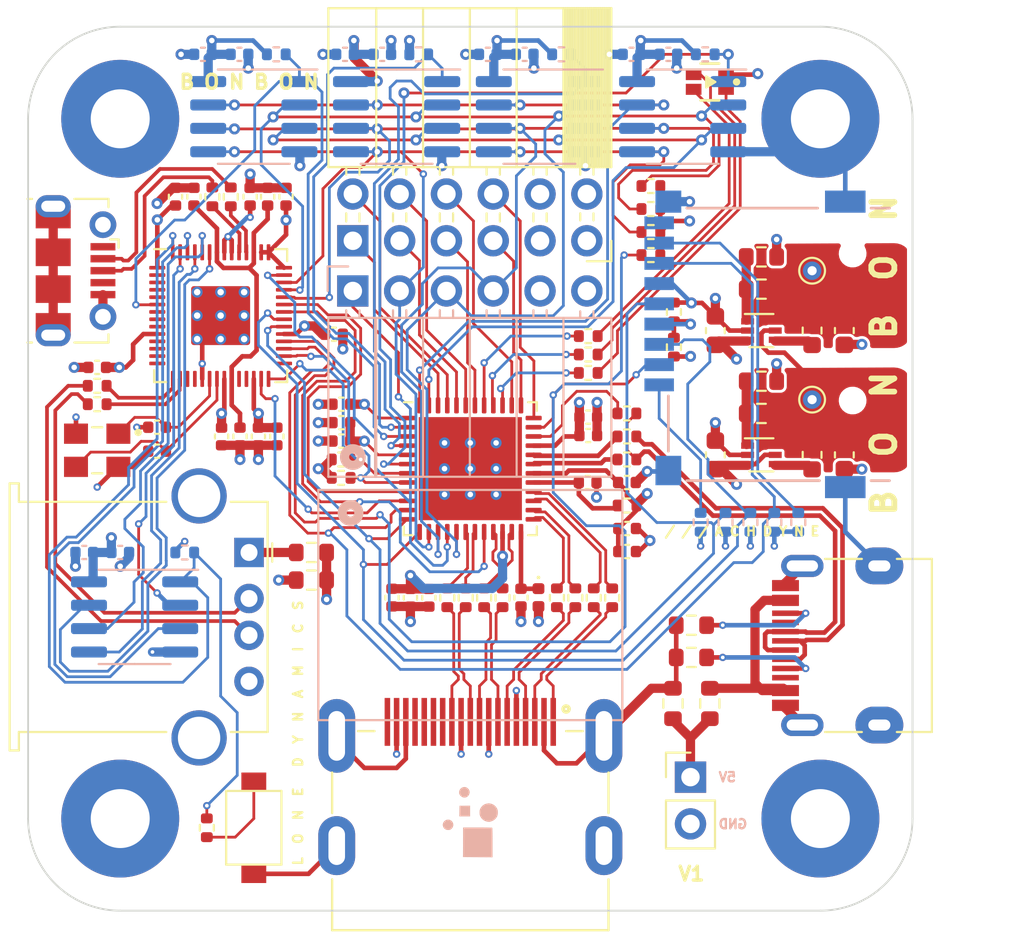
<source format=kicad_pcb>
(kicad_pcb (version 20211014) (generator pcbnew)
  (layers (0 "F.Cu" signal) (1 "In1.Cu" signal) (2 "In2.Cu" signal) (31 "B.Cu" signal) (34 "B.Paste" user) (35 "F.Paste" user) (36 "B.SilkS" user "B.Silkscreen") (37 "F.SilkS" user "F.Silkscreen") (38 "B.Mask" user) (39 "F.Mask" user) (44 "Edge.Cuts" user))
  (net 0 "")
  (net 1 "Net-(L1-Pad1)")
  (net 2 "/PWR1V2")
  (net 3 "GND")
  (net 4 "Net-(C5-Pad1)")
  (net 5 "Net-(C8-Pad1)")
  (net 6 "/PWR3V3")
  (net 7 "/PWR5V0")
  (net 8 "/XIN")
  (net 9 "/XOUT")
  (net 10 "Net-(J1-PadA5)")
  (net 11 "/PWR1V1")
  (net 12 "/SD_DAT1")
  (net 13 "Net-(FB1-Pad2)")
  (net 14 "/USB2_DN")
  (net 15 "/USB2_DP")
  (net 17 "/USB1_CONN_DP")
  (net 18 "/USB1_CONN_DN")
  (net 19 "Net-(J1-PadB5)")
  (net 20 "/SD_SS")
  (net 22 "/CSPI_SS")
  (net 23 "/CSPI_SO")
  (net 24 "/CSPI_SI")
  (net 25 "/CSPI_SCK")
  (net 26 "/CRESET")
  (net 27 "/USB1_DP_PU")
  (net 28 "/USB1_DN")
  (net 29 "/USB1_DP")
  (net 30 "/CDONE")
  (net 31 "/USB2_CONN_DP")
  (net 33 "/RP_SS")
  (net 34 "/USB3_CONN_DN")
  (net 35 "/LEDC_R")
  (net 36 "/LED_R")
  (net 37 "/LEDC_G")
  (net 38 "/LED_G")
  (net 39 "/LEDC_B")
  (net 40 "/LED_B")
  (net 41 "/DVI_D2_P")
  (net 42 "/DVI_D2_N")
  (net 43 "/DVI_D1_P")
  (net 44 "/DVI_D1_N")
  (net 45 "/DVI_D0_P")
  (net 46 "/DVI_D0_N")
  (net 47 "/DVI_CK_P")
  (net 48 "/DVI_CK_N")
  (net 49 "/RAM_SS1")
  (net 50 "/RAM_SS0")
  (net 51 "/RAM_SS3")
  (net 52 "/RAM_SS2")
  (net 53 "/RP_QSPI_SS")
  (net 54 "/RP_QSPI_IO3")
  (net 55 "/RP_QSPI_SCK")
  (net 56 "/RP_QSPI_IO0")
  (net 57 "/RP_CLK")
  (net 58 "/SD_MOSI")
  (net 61 "/CSPI_IO3")
  (net 62 "/CSPI_IO2")
  (net 63 "/SD_SCK")
  (net 64 "/SD_MISO")
  (net 65 "/RP_QSPI_IO2")
  (net 66 "/RP_QSPI_IO1")
  (net 67 "/SD_DAT2")
  (net 68 "Net-(R40-Pad2)")
  (net 69 "/USB3_DN")
  (net 73 "/USB3_CONN_DP")
  (net 75 "Net-(L2-Pad1)")
  (net 76 "/BOOT")
  (net 80 "/USB3_DP")
  (net 81 "/DVIC_D2_P")
  (net 82 "/DVIC_D2_N")
  (net 83 "/DVIC_D1_P")
  (net 84 "/DVIC_D1_N")
  (net 85 "/DVIC_D0_P")
  (net 86 "/DVIC_D0_N")
  (net 87 "/DVIC_CK_P")
  (net 88 "/DVIC_CK_N")
  (net 89 "/RP_TX")
  (net 91 "Net-(R42-Pad2)")
  (net 105 "Net-(FB2-Pad2)")
  (net 106 "/USB2_CONN_DN")
  (net 107 "/PMOD_A9")
  (net 108 "/PMOD_A8")
  (net 109 "/PMOD_A7")
  (net 110 "/PMOD_A4")
  (net 111 "/PMOD_A3")
  (net 112 "/PMOD_A2")
  (net 113 "/PMOD_A10")
  (net 114 "/PMOD_A1")
  (footprint "Capacitor_SMD:C_0402_1005Metric" (layer "F.Cu") (at 116.6 116.7)
    (fp_text reference "C29" hide)
    (fp_text value "100nF" hide)
  )
  (footprint "Capacitor_SMD:C_0402_1005Metric" (layer "F.Cu") (at 130.4 121.2)
    (fp_text reference "C1" hide)
    (fp_text value "10uF" hide)
  )
  (footprint "Capacitor_SMD:C_0402_1005Metric" (layer "F.Cu") (at 113 109.23 90)
    (fp_text reference "C30" hide)
    (fp_text value "1uF" hide)
  )
  (footprint "Diode_SMD:D_0402_1005Metric" (layer "F.Cu") (at 127.7 131 -90)
    (fp_text reference "D1" hide)
    (fp_text value "D_Schottky_Small" hide)
  )
  (footprint "Resistor_SMD:R_0402_1005Metric" (layer "F.Cu") (at 130.4 117.8 180)
    (fp_text reference "R23" hide)
    (fp_text value "536R" hide)
  )
  (footprint "Resistor_SMD:R_0402_1005Metric" (layer "F.Cu") (at 131.7 131.01 -90)
    (fp_text reference "R32" hide)
    (fp_text value "270R" hide)
  )
  (footprint "LD-MCUS:RP2040-QFN-56-OFFICIAL" (layer "F.Cu") (at 110.45 115.6875)
    (fp_text reference "U3" hide)
    (fp_text value "RP2040" hide)
  )
  (footprint "Capacitor_SMD:C_0402_1005Metric" (layer "F.Cu") (at 112.05 109.23 90)
    (fp_text reference "C25" hide)
    (fp_text value "100nF" hide)
  )
  (footprint "Resistor_SMD:R_0402_1005Metric" (layer "F.Cu") (at 109.7 143.5 90)
    (fp_text reference "R21" hide)
    (fp_text value "1K" hide)
  )
  (footprint "Capacitor_SMD:C_0402_1005Metric" (layer "F.Cu") (at 132.5 124.75)
    (fp_text reference "C4" hide)
    (fp_text value "10uF" hide)
  )
  (footprint "Capacitor_SMD:C_0402_1005Metric" (layer "F.Cu") (at 119.75 131 -90)
    (fp_text reference "C11" hide)
    (fp_text value "10nF" hide)
  )
  (footprint "Capacitor_SMD:C_0402_1005Metric" (layer "F.Cu") (at 114 109.23 90)
    (fp_text reference "C31" hide)
    (fp_text value "100nF" hide)
  )
  (footprint "Connector_PinHeader_2.54mm:PinHeader_1x02_P2.54mm_Vertical" (layer "F.Cu") (at 135.95 140.75)
    (fp_text reference "J5" hide)
    (fp_text value "Conn_01x02_Male" hide)
  )
  (footprint "Resistor_SMD:R_0603_1608Metric" (layer "F.Cu") (at 139.8 112.5)
    (fp_text reference "R41" hide)
    (fp_text value "47K" hide)
  )
  (footprint "Resistor_SMD:R_0402_1005Metric" (layer "F.Cu") (at 111 109.24 90)
    (fp_text reference "R13" hide)
    (fp_text value "27R" hide)
  )
  (footprint "Capacitor_SMD:C_0402_1005Metric" (layer "F.Cu") (at 111.5 122.25 -90)
    (fp_text reference "C28" hide)
    (fp_text value "100nF" hide)
  )
  (footprint "Capacitor_SMD:C_0402_1005Metric" (layer "F.Cu") (at 109 109.23 90)
    (fp_text reference "C26" hide)
    (fp_text value "100nF" hide)
  )
  (footprint "Resistor_SMD:R_0402_1005Metric" (layer "F.Cu") (at 130.4 118.8 180)
    (fp_text reference "R25" hide)
    (fp_text value "536R" hide)
  )
  (footprint "Capacitor_SMD:C_0603_1608Metric" (layer "F.Cu") (at 144.3 116.5 -90)
    (fp_text reference "C44" hide)
    (fp_text value "22uF" hide)
  )
  (footprint "LD-LEDS:LED_RGB_0606_CHANZON" (layer "F.Cu") (at 137 103 -90)
    (fp_text reference "D2" hide)
    (fp_text value "LED_RGB_ANODE" hide)
  )
  (footprint "Resistor_SMD:R_0603_1608Metric" (layer "F.Cu") (at 139.8 114.25 180)
    (fp_text reference "R40" hide)
    (fp_text value "210K" hide)
  )
  (footprint "Capacitor_SMD:C_0402_1005Metric" (layer "F.Cu") (at 130.4 122.2)
    (fp_text reference "C10" hide)
    (fp_text value "100nF" hide)
  )
  (footprint "LD-HDMI:HDMI_TE_1827059-3-FIXED" (layer "F.Cu") (at 124 142.75)
    (fp_text reference "J6" hide)
    (fp_text value "~" hide)
  )
  (footprint "Resistor_SMD:R_0402_1005Metric" (layer "F.Cu") (at 133.8 112.4 180)
    (fp_text reference "R26" hide)
    (fp_text value "20K" hide)
  )
  (footprint "Resistor_SMD:R_0402_1005Metric" (layer "F.Cu") (at 122.75 131.01 -90)
    (fp_text reference "R39" hide)
    (fp_text value "270R" hide)
  )
  (footprint "Connector_USB:USB_A_Stewart_SS-52100-001_Horizontal" (layer "F.Cu") (at 111.99 128.55 -90)
    (fp_text reference "J3" hide)
    (fp_text value "USB_A" hide)
  )
  (footprint "Resistor_SMD:R_0402_1005Metric" (layer "F.Cu") (at 116.99 124.5 180)
    (fp_text reference "R6" hide)
    (fp_text value "10K" hide)
  )
  (footprint "Resistor_SMD:R_0402_1005Metric" (layer "F.Cu") (at 133.8 111.15 180)
    (fp_text reference "R3" hide)
    (fp_text value "20K" hide)
  )
  (footprint "Capacitor_SMD:C_0402_1005Metric" (layer "F.Cu") (at 120.75 131.01 -90)
    (fp_text reference "C9" hide)
    (fp_text value "100nF" hide)
  )
  (footprint "Package_TO_SOT_SMD:SOT-563" (layer "F.Cu") (at 139.8 116.5)
    (fp_text reference "U9" hide)
    (fp_text value "AP61300Z6-7" hide)
  )
  (footprint "Resistor_SMD:R_0402_1005Metric" (layer "F.Cu") (at 135.05 117.4 -90)
    (fp_text reference "C41" hide)
    (fp_text value "100nF" hide)
  )
  (footprint "Inductor_SMD:L_0603_1608Metric" (layer "F.Cu") (at 142.55 116.5 90)
    (fp_text reference "L1" hide)
    (fp_text value "1uH" hide)
  )
  (footprint "Capacitor_SMD:C_0603_1608Metric" (layer "F.Cu") (at 137.3 123.25 90)
    (fp_text reference "C43" hide)
    (fp_text value "22uF" hide)
  )
  (footprint "Capacitor_SMD:C_0402_1005Metric" (layer "F.Cu") (at 132.51 128.5)
    (fp_text reference "C3" hide)
    (fp_text value "100nF" hide)
  )
  (footprint "Inductor_SMD:L_0603_1608Metric" (layer "F.Cu") (at 142.55 123.25 90)
    (fp_text reference "L2" hide)
    (fp_text value "1uH" hide)
  )
  (footprint "Capacitor_SMD:C_0402_1005Metric" (layer "F.Cu") (at 117 122.5 180)
    (fp_text reference "C6" hide)
    (fp_text value "100nF" hide)
  )
  (footprint "MountingHole:MountingHole_3.2mm_M3_Pad" (layer "F.Cu") (at 105 105)
    (fp_text reference "H1" hide)
    (fp_text value "MountingHole_Pad" hide)
  )
  (footprint "Package_DFN_QFN:QFN-48-1EP_7x7mm_P0.5mm_EP5.6x5.6mm" (layer "F.Cu") (at 124 124)
    (fp_text reference "U1" hide)
    (fp_text value "ICE40UP5K-SG48ITR" hide)
  )
  (footprint "Capacitor_SMD:C_0402_1005Metric" (layer "F.Cu") (at 117 121.5 180)
    (fp_text reference "C7" hide)
    (fp_text value "10uF" hide)
  )
  (footprint "Resistor_SMD:R_0402_1005Metric" (layer "F.Cu") (at 133.8 108.65 180)
    (fp_text reference "R1" hide)
    (fp_text value "20K" hide)
  )
  (footprint "TestPoint:TestPoint_THTPad_D1.0mm_Drill0.5mm" (layer "F.Cu") (at 142.55 113.25)
    (fp_text reference "TP1" hide)
    (fp_text value "TestPoint" hide)
  )
  (footprint "Resistor_SMD:R_0402_1005Metric" (layer "F.Cu") (at 116.99 123.5 180)
    (fp_text reference "R9" hide)
    (fp_text value "10K" hide)
  )
  (footprint "Resistor_SMD:R_0603_1608Metric" (layer "F.Cu") (at 115.375 128.55 180)
    (fp_text reference "FB2" hide)
    (fp_text value "Ferrite_Bead" hide)
  )
  (footprint "Resistor_SMD:R_0402_1005Metric" (layer "F.Cu") (at 103.75 119.5)
    (fp_text reference "R16" hide)
    (fp_text value "22R" hide)
  )
  (footprint "Capacitor_SMD:C_0402_1005Metric" (layer "F.Cu") (at 107 123.05 180)
    (fp_text reference "C19" hide)
    (fp_text value "15pF" hide)
  )
  (footprint "LD-SWITCH:Button_2P_3x4mm" (layer "F.Cu") (at 112.25 143.5 -90)
    (fp_text reference "SW1" hide)
    (fp_text value "BOOT" hide)
  )
  (footprint "Capacitor_SMD:C_0402_1005Metric" (layer "F.Cu") (at 103.75 118.5 180)
    (fp_text reference "C21" hide)
    (fp_text value "1uF" hide)
  )
  (footprint "Capacitor_SMD:C_0603_1608Metric" (layer "F.Cu") (at 137.3 116.5 90)
    (fp_text reference "C42" hide)
    (fp_text value "22uF" hide)
  )
  (footprint "MountingHole:MountingHole_3.2mm_M3_Pad" (layer "F.Cu") (at 105 143)
    (fp_text reference "H3" hide)
    (fp_text value "MountingHole_Pad" hide)
  )
  (footprint "Resistor_SMD:R_0402_1005Metric" (layer "F.Cu") (at 129.7 131.01 -90)
    (fp_text reference "R34" hide)
    (fp_text value "270R" hide)
  )
  (footprint "Resistor_SMD:R_0603_1608Metric" (layer "F.Cu") (at 137 136.75 90)
    (fp_text reference "FB1" hide)
    (fp_text value "Ferrite_Bead" hide)
  )
  (footprint "LD-PMOD:PMOD_2x06_HOST" (layer "F.Cu") (at 130.325 111.625 -90)
    (fp_text reference "PMOD1" hide)
    (fp_text value "PMOD-Device-x2-Type-1A-GPIO" hide)
  )
  (footprint "Capacitor_SMD:C_0402_1005Metric" (layer "F.Cu") (at 108 109.23 90)
    (fp_text reference "C23" hide)
    (fp_text value "100nF" hide)
  )
  (footprint "MountingHole:MountingHole_3.2mm_M3_Pad" (layer "F.Cu") (at 143 143)
    (fp_text reference "H4" hide)
    (fp_text value "MountingHole_Pad" hide)
  )
  (footprint "Resistor_SMD:R_0402_1005Metric" (layer "F.Cu") (at 110 109.24 90)
    (fp_text reference "R12" hide)
    (fp_text value "27R" hide)
  )
  (footprint "Capacitor_SMD:C_0402_1005Metric" (layer "F.Cu") (at 117 120.5 180)
    (fp_text reference "C12" hide)
    (fp_text value "100nF" hide)
  )
  (footprint "Resistor_SMD:R_0402_1005Metric" (layer "F.Cu") (at 103.75 120.5)
    (fp_text reference "R17" hide)
    (fp_text value "22R" hide)
  )
  (footprint "Resistor_SMD:R_0402_1005Metric" (layer "F.Cu") (at 124.75 131.01 -90)
    (fp_text reference "R37" hide)
    (fp_text value "270R" hide)
  )
  (footprint "Resistor_SMD:R_0603_1608Metric" (layer "F.Cu") (at 115.375 130.05 180)
    (fp_text reference "C15" hide)
    (fp_text value "4.7uF" hide)
  )
  (footprint "Capacitor_SMD:C_0402_1005Metric" (layer "F.Cu") (at 107 121.75)
    (fp_text reference "C18" hide)
    (fp_text value "15pF" hide)
  )
  (footprint "Resistor_SMD:R_0402_1005Metric" (layer "F.Cu") (at 132.5 122.25 180)
    (fp_text reference "R7" hide)
    (fp_text value "22R" hide)
  )
  (footprint "Resistor_SMD:R_0603_1608Metric" (layer "F.Cu") (at 139.8 119.25)
    (fp_text reference "R43" hide)
    (fp_text value "200K" hide)
  )
  (footprint "Resistor_SMD:R_0402_1005Metric" (layer "F.Cu") (at 128.7 131.01 -90)
    (fp_text reference "R35" hide)
    (fp_text value "270R" hide)
  )
  (footprint "Resistor_SMD:R_0402_1005Metric" (layer "F.Cu") (at 123.75 131.01 -90)
    (fp_text reference "R38" hide)
    (fp_text value "270R" hide)
  )
  (footprint "Resistor_SMD:R_0402_1005Metric" (layer "F.Cu") (at 130.7 131.01 -90)
    (fp_text reference "R33" hide)
    (fp_text value "270R" hide)
  )
  (footprint "Resistor_SMD:R_0603_1608Metric" (layer "F.Cu") (at 135 136.75 90)
    (fp_text reference "C14" hide)
    (fp_text value "4.7uF" hide)
  )
  (footprint "Resistor_SMD:R_0402_1005Metric" (layer "F.Cu") (at 133.8 109.9)
    (fp_text reference "R2" hide)
    (fp_text value "10K" hide)
  )
  (footprint "Resistor_SMD:R_0603_1608Metric" (layer "F.Cu") (at 136 134.25 180)
    (fp_text reference "R5" hide)
    (fp_text value "5K1" hide)
  )
  (footprint "Resistor_SMD:R_0603_1608Metric" (layer "F.Cu") (at 136 132.5 180)
    (fp_text reference "R10" hide)
    (fp_text value "5K1" hide)
  )
  (footprint "TestPoint:TestPoint_THTPad_D1.0mm_Drill0.5mm" (layer "F.Cu") (at 142.55 120.25)
    (fp_text reference "TP2" hide)
    (fp_text value "TestPoint" hide)
  )
  (footprint "LD-CRYSTALS:XTAL_ECS-240-8-33-AGN-TR" (layer "F.Cu") (at 103.75 123 180)
    (fp_text reference "Y1" hide)
    (fp_text value "ECS-80-12-33-JGN-TR-12MHZ" hide)
  )
  (footprint "Capacitor_SMD:C_0402_1005Metric" (layer "F.Cu") (at 112.5 122.25 -90)
    (fp_text reference "C27" hide)
    (fp_text value "100nF" hide)
  )
  (footprint "Capacitor_SMD:C_0603_1608Metric" (layer "F.Cu") (at 144.3 123.25 -90)
    (fp_text reference "C45" hide)
    (fp_text value "22uF" hide)
  )
  (footprint "Package_TO_SOT_SMD:SOT-563" (layer "F.Cu") (at 139.8 123.25)
    (fp_text reference "U10" hide)
    (fp_text value "AP61300Z6-7" hide)
  )
  (footprint "Resistor_SMD:R_0402_1005Metric" (layer "F.Cu") (at 135.05 115.49 90)
    (fp_text reference "C40" hide)
    (fp_text value "10uF" hide)
  )
  (footprint "Resistor_SMD:R_0402_1005Metric" (layer "F.Cu") (at 130.4 116.8 180)
    (fp_text reference "R24" hide)
    (fp_text value "536R" hide)
  )
  (footprint "Capacitor_SMD:C_0402_1005Metric" (layer "F.Cu") (at 126.75 131 -90)
    (fp_text reference "C5" hide)
    (fp_text value "100nF" hide)
  )
  (footprint "LD-CONNECTORS:USB_C_Receptacle_HRO_TYPE-C-31-M-12-BIG-PADS" (layer "F.Cu") (at 145.15 133.6 90)
    (fp_text reference "J1" hide)
    (fp_text value "TYPE-C-31-M-12-FIXED" hide)
  )
  (footprint "Resistor_SMD:R_0402_1005Metric" (layer "F.Cu") (at 132.5 121)
    (fp_text reference "R4" hide)
    (fp_text value "1K5" hide)
  )
  (footprint "Connector_USB:USB_Micro-B_Molex-105017-0001" (layer "F.Cu") (at 102.6 113.25 -90)
    (fp_text reference "J2" hide)
    (fp_text value "USB_B_Micro" hide)
  )
  (footprint "Resistor_SMD:R_0402_1005Metric" (layer "F.Cu") (at 132.5 123.5 180)
    (fp_text reference "R8" hide)
    (fp_text value "22R" hide)
  )
  (footprint "Capacitor_SMD:C_0402_1005Metric" (layer "F.Cu") (at 132.51 127.25)
    (fp_text reference "C13" hide)
    (fp_text value "10nF" hide)
  )
  (footprint "Capacitor_SMD:C_0402_1005Metric" (layer "F.Cu") (at 121.75 131.01 -90)
    (fp_text reference "C2" hide)
    (fp_text value "10uF" hide)
  )
  (footprint "Resistor_SMD:R_0402_1005Metric" (layer "F.Cu") (at 125.75 131.01 -90)
    (fp_text reference "R36" hide)
    (fp_text value "270R" hide)
  )
  (footprint "Capacitor_SMD:C_0402_1005Metric" (layer "F.Cu") (at 113.5 122.25 -90)
    (fp_text reference "C32" hide)
    (fp_text value "100nF" hide)
  )
  (footprint "MountingHole:MountingHole_3.2mm_M3_Pad" (layer "F.Cu") (at 143 105)
    (fp_text reference "H2" hide)
    (fp_text value "MountingHole_Pad" hide)
  )
  (footprint "Capacitor_SMD:C_0402_1005Metric" (layer "F.Cu") (at 130.37 124.75)
    (fp_text reference "C8" hide)
    (fp_text value "100nF" hide)
  )
  (footprint "Resistor_SMD:R_0603_1608Metric" (layer "F.Cu") (at 139.8 121 180)
    (fp_text reference "R42" hide)
    (fp_text value "200K" hide)
  )
  (footprint "Resistor_SMD:R_0402_1005Metric" (layer "F.Cu") (at 132.51 126 180)
    (fp_text reference "R11" hide)
    (fp_text value "100R" hide)
  )
  (footprint "Capacitor_SMD:C_0402_1005Metric" (layer "F.Cu") (at 110.5 122.25 -90)
    (fp_text reference "C24" hide)
    (fp_text value "100nF" hide)
  )
  (footprint "Resistor_SMD:R_0402_1005Metric" (layer "B.Cu") (at 121.2 101.5 180)
    (fp_text reference "R15" hide)
    (fp_text value "10K" hide)
  )
  (footprint "Capacitor_SMD:C_0402_1005Metric" (layer "B.Cu") (at 126.95 101.5)
    (fp_text reference "C34" hide)
    (fp_text value "1uF" hide)
  )
  (footprint "Capacitor_SMD:C_0402_1005Metric" (layer "B.Cu") (at 117.2 101.5 180)
    (fp_text reference "C20" hide)
    (fp_text value "100nF" hide)
  )
  (footprint "Resistor_SMD:R_0402_1005Metric" (layer "B.Cu") (at 128.95 101.5 180)
    (fp_text reference "R18" hide)
    (fp_text value "10K" hide)
  )
  (footprint "Resistor_SMD:R_0402_1005Metric" (layer "B.Cu") (at 137.85 126.91 90)
    (fp_text reference "R27" hide)
    (fp_text value "20K" hide)
  )
  (footprint "Resistor_SMD:R_0402_1005Metric" (layer "B.Cu") (at 136.75 101.5 180)
    (fp_text reference "R19" hide)
    (fp_text value "10K" hide)
  )
  (footprint "Package_SO:SOIC-8_3.9x4.9mm_P1.27mm" (layer "B.Cu") (at 127.75 104.885 180)
    (fp_text reference "U5" hide)
    (fp_text value "ESP-PSRAM32" hide)
  )
  (footprint "Resistor_SMD:R_0402_1005Metric" (layer "B.Cu") (at 140.5 126.91 90)
    (fp_text reference "R28" hide)
    (fp_text value "20K" hide)
  )
  (footprint "LD-MODULES:LD-MMOD" (layer "B.Cu") (at 124 131.405 90)
    (fp_text reference "REF**" hide)
    (fp_text value "LD-MMOD" hide)
  )
  (footprint "Package_SO:SOIC-8_3.9x4.9mm_P1.27mm" (layer "B.Cu") (at 112.25 104.885 180)
    (fp_text reference "U2" hide)
    (fp_text value "ESP-PSRAM32" hide)
  )
  (footprint "Package_SO:SOIC-8_3.9x4.9mm_P1.27mm" (layer "B.Cu") (at 135.525 104.885 180)
    (fp_text reference "U6" hide)
    (fp_text value "ESP-PSRAM32" hide)
  )
  (footprint "Resistor_SMD:R_0402_1005Metric" (layer "B.Cu") (at 108.5 128.55)
    (fp_text reference "R20" hide)
    (fp_text value "10K" hide)
  )
  (footprint "Capacitor_SMD:C_0402_1005Metric" (layer "B.Cu") (at 109.49 101.5 180)
    (fp_text reference "C17" hide)
    (fp_text value "1uF" hide)
  )
  (footprint "Resistor_SMD:R_0402_1005Metric" (layer "B.Cu") (at 139.2 126.91 90)
    (fp_text reference "R29" hide)
    (fp_text value "20K" hide)
  )
  (footprint "Capacitor_SMD:C_0402_1005Metric" (layer "B.Cu") (at 124.95 101.5 180)
    (fp_text reference "C33" hide)
    (fp_text value "100nF" hide)
  )
  (footprint "Capacitor_SMD:C_0402_1005Metric" (layer "B.Cu") (at 105 128.55)
    (fp_text reference "C38" hide)
    (fp_text value "1uF" hide)
  )
  (footprint "Resistor_SMD:R_0402_1005Metric" (layer "B.Cu") (at 113.47 101.5 180)
    (fp_text reference "R14" hide)
    (fp_text value "10K" hide)
  )
  (footprint "Capacitor_SMD:C_0402_1005Metric" (layer "B.Cu") (at 111.47 101.5)
    (fp_text reference "C16" hide)
    (fp_text value "100nF" hide)
  )
  (footprint "Capacitor_SMD:C_0402_1005Metric" (layer "B.Cu") (at 132.75 101.5 180)
    (fp_text reference "C35" hide)
    (fp_text value "100nF" hide)
  )
  (footprint "LD-LOGO:ld-kicad" (layer "B.Cu") (at 124.153007 143.25 180)
    (fp_text reference "G***" hide)
    (fp_text value "LOGO" hide)
  )
  (footprint "Resistor_SMD:R_0402_1005Metric" (layer "B.Cu") (at 136.5 126.91 90)
    (fp_text reference "R30" hide)
    (fp_text value "20K" hide)
  )
  (footprint "Capacitor_SMD:C_0402_1005Metric" (layer "B.Cu") (at 134.75 101.5)
    (fp_text reference "C36" hide)
    (fp_text value "1uF" hide)
  )
  (footprint "Capacitor_SMD:C_0402_1005Metric" (layer "B.Cu") (at 119.22 101.5)
    (fp_text reference "C22" hide)
    (fp_text value "1uF" hide)
  )
  (footprint "Package_SO:SOIC-8_3.9x4.9mm_P1.27mm" (layer "B.Cu") (at 120 104.885 180)
    (fp_text reference "U4" hide)
    (fp_text value "ESP-PSRAM32" hide)
  )
  (footprint "Resistor_SMD:R_0402_1005Metric" (layer "B.Cu") (at 141.8 126.91 90)
    (fp_text reference "R31" hide)
    (fp_text value "20K" hide)
  )
  (footprint "LD-SDCARD:SDCARD" (layer "B.Cu") (at 144.75 117.25 -90)
    (fp_text reference "J4" hide)
    (fp_text value "MICROSD" hide)
  )
  (footprint "LD-MODULES:MMOD_Host_Socket" (layer "B.Cu") (at 130.325 114.35 90)
    (fp_text reference "MMOD1" hide)
    (fp_text value "MMOD_Host_Socket" hide)
  )
  (footprint "Package_SO:SOIC-8_3.9x4.9mm_P1.27mm" (layer "B.Cu") (at 105.78 132.05 180)
    (fp_text reference "U7" hide)
    (fp_text value "W25Q32JVSS" hide)
  )
  (footprint "Capacitor_SMD:C_0402_1005Metric" (layer "B.Cu") (at 103.05 128.55 180)
    (fp_text reference "C37" hide)
    (fp_text value "100nF" hide)
  )
  (gr_arc (start 105 148) (mid 101.464466 146.535534) (end 100 143) (layer "Edge.Cuts") (width 0.1))
  (gr_arc (start 148 143) (mid 146.535534 146.535534) (end 143 148) (layer "Edge.Cuts") (width 0.1))
  (gr_arc (start 100 105) (mid 101.464466 101.464466) (end 105 100) (layer "Edge.Cuts") (width 0.1))
  (gr_line (start 148 105) (end 148 143) (layer "Edge.Cuts") (width 0.1))
  (gr_line (start 105 100) (end 143 100) (layer "Edge.Cuts") (width 0.1))
  (gr_line (start 105 148) (end 143 148) (layer "Edge.Cuts") (width 0.1))
  (gr_arc (start 143 100) (mid 146.535534 101.464466) (end 148 105) (layer "Edge.Cuts") (width 0.1))
  (gr_line (start 100 105) (end 100 143) (layer "Edge.Cuts") (width 0.1))
  (gr_text "GND" (at 138.25 143.3) (layer "B.SilkS") (effects (font (size 0.5 0.5) (thickness 0.125)) (justify mirror)))
  (gr_text "5V" (at 137.95 140.75) (layer "B.SilkS") (effects (font (size 0.5 0.5) (thickness 0.125)) (justify mirror)))
  (gr_text "/ / / A C H D Y N E" (at 138.75 127.4) (layer "F.SilkS") (effects (font (size 0.5 0.5) (thickness 0.125))))
  (gr_text "B  O  N  B  O  N" (at 146.45 117.85 90) (layer "F.SilkS") (effects (font (size 1.25 1.25) (thickness 0.3125))))
  (gr_text "L  O  N  E   D  Y  N  A  M  I  C  S" (at 114.65 138.35 90) (layer "F.SilkS") (effects (font (size 0.5 0.5) (thickness 0.125))))
  (gr_text "V1" (at 136 146) (layer "F.SilkS") (effects (font (size 0.75 0.75) (thickness 0.1875))))
  (gr_text "B O N B O N" (at 112 103) (layer "F.SilkS") (effects (font (size 0.75 0.75) (thickness 0.1875))))
  (segment (start 142.332011 117.069511) (end 140.55 117.069511) (width 0.5) (layer "F.Cu") (net 1))
  (segment (start 142.55 117.2875) (end 142.332011 117.069511) (width 0.5) (layer "F.Cu") (net 1))
  (segment (start 133.02 126) (end 133.02 125.93) (width 0.5) (layer "F.Cu") (net 2))
  (segment (start 117.48 121.5) (end 117.48 122.5) (width 0.5) (layer "F.Cu") (net 2))
  (segment (start 139.8 117.319022) (end 140.180978 117.7) (width 0.25) (layer "F.Cu") (net 2))
  (segment (start 129.2 124.25) (end 129.35 124.1) (width 0.25) (layer "F.Cu") (net 2))
  (segment (start 131.37 124.1) (end 132.02 124.75) (width 0.25) (layer "F.Cu") (net 2))
  (segment (start 139.95 116.5) (end 139.8 116.65) (width 0.25) (layer "F.Cu") (net 2))
  (segment (start 133.02 126) (end 133.02 126.26) (width 0.25) (layer "F.Cu") (net 2))
  (segment (start 132.5 125.23) (end 132.02 124.75) (width 0.25) (layer "F.Cu") (net 2))
  (segment (start 140.55 116.5) (end 139.95 116.5) (width 0.25) (layer "F.Cu") (net 2))
  (segment (start 132.03 127.25) (end 132.03 128.5) (width 0.25) (layer "F.Cu") (net 2))
  (segment (start 118.25 122.5) (end 119 123.25) (width 0.15) (layer "F.Cu") (net 2))
  (segment (start 133.02 125.93) (end 133.6 125.35) (width 0.5) (layer "F.Cu") (net 2))
  (segment (start 129.35 124.1) (end 131.37 124.1) (width 0.25) (layer "F.Cu") (net 2))
  (segment (start 127.4375 124.25) (end 129.2 124.25) (width 0.25) (layer "F.Cu") (net 2))
  (segment (start 132.5 125.4) (end 132.5 125.48) (width 0.25) (layer "F.Cu") (net 2))
  (segment (start 141.05 117.7) (end 142.55 119.2) (width 0.25) (layer "F.Cu") (net 2))
  (segment (start 117.48 122.5) (end 118.25 122.5) (width 0.5) (layer "F.Cu") (net 2))
  (segment (start 133.02 126.26) (end 132.03 127.25) (width 0.25) (layer "F.Cu") (net 2))
  (segment (start 142.55 119.2) (end 142.55 120.25) (width 0.25) (layer "F.Cu") (net 2))
  (segment (start 139.8 116.65) (end 139.8 117.319022) (width 0.25) (layer "F.Cu") (net 2))
  (segment (start 132.5 125.48) (end 133.02 126) (width 0.25) (layer "F.Cu") (net 2))
  (segment (start 119 123.25) (end 120.5625 123.25) (width 0.15) (layer "F.Cu") (net 2))
  (segment (start 132.5 125.4) (end 132.5 125.23) (width 0.25) (layer "F.Cu") (net 2))
  (segment (start 140.180978 117.7) (end 141.05 117.7) (width 0.25) (layer "F.Cu") (net 2))
  (via (at 118.25 122.5) (size 0.6) (drill 0.3) (layers "F.Cu" "B.Cu") (net 2))
  (via (at 133.6 125.35) (size 0.6) (drill 0.3) (layers "F.Cu" "B.Cu") (net 2))
  (segment (start 138.075 116.5) (end 137.4125 115.8375) (width 0.25) (layer "F.Cu") (net 3))
  (segment (start 112.5 123.5) (end 112.5 122.73) (width 0.5) (layer "F.Cu") (net 3))
  (segment (start 137.3 121.5) (end 137.3 122.475) (width 0.5) (layer "F.Cu") (net 3))
  (segment (start 128 139.3) (end 128.7 140) (width 0.25) (layer "F.Cu") (net 3))
  (segment (start 136 115) (end 136.575 115) (width 0.25) (layer "F.Cu") (net 3))
  (segment (start 135.05 114.98) (end 135.98 114.98) (width 0.25) (layer "F.Cu") (net 3))
  (segment (start 110.5 122.73) (end 111.5 122.73) (width 0.5) (layer "F.Cu") (net 3))
  (segment (start 101.3625 112.25) (end 101.3625 110.35) (width 0.5) (layer "F.Cu") (net 3))
  (segment (start 140.625 112.5) (end 140.625 111.55) (width 0.5) (layer "F.Cu") (net 3))
  (segment (start 141.105 137.005) (end 142.02 137.92) (width 0.5) (layer "F.Cu") (net 3))
  (segment (start 104.9 123.9) (end 105.67 123.9) (width 0.25) (layer "F.Cu") (net 3))
  (segment (start 120 140.25) (end 118.25 140.25) (width 0.25) (layer "F.Cu") (net 3))
  (segment (start 102.5 118.5) (end 103.27 118.5) (width 0.5) (layer "F.Cu") (net 3))
  (segment (start 141.105 130.35) (end 141.105 130.195) (width 0.5) (layer "F.Cu") (net 3))
  (segment (start 135.98 114.98) (end 136 115) (width 0.25) (layer "F.Cu") (net 3))
  (segment (start 115.75 122.5) (end 116.52 122.5) (width 0.5) (layer "F.Cu") (net 3))
  (segment (start 120.74 131.48) (end 120.75 131.49) (width 0.5) (layer "F.Cu") (net 3))
  (segment (start 133.1 127.25) (end 133.75 127.9) (width 0.25) (layer "F.Cu") (net 3))
  (segment (start 132.99 128.5) (end 133.15 128.5) (width 0.25) (layer "F.Cu") (net 3))
  (segment (start 138.075 123.25) (end 137.3 122.475) (width 0.25) (layer "F.Cu") (net 3))
  (segment (start 135 135.925) (end 133.835 135.925) (width 0.5) (layer "F.Cu") (net 3))
  (segment (start 137.3 114.75) (end 137.3 115.725) (width 0.5) (layer "F.Cu") (net 3))
  (segment (start 135.175 134.25) (end 135.175 135.75) (width 0.25) (layer "F.Cu") (net 3))
  (segment (start 130.88 122.2) (end 130.88 121.2) (width 0.5) (layer "F.Cu") (net 3))
  (segment (start 120.75 131.49) (end 121.75 131.49) (width 0.5) (layer "F.Cu") (net 3))
  (segment (start 133.15 128.5) (end 133.75 127.9) (width 0.25) (layer "F.Cu") (net 3))
  (segment (start 139.05 123.25) (end 138.075 123.25) (width 0.25) (layer "F.Cu") (net 3))
  (segment (start 117.08 116.7) (end 117.08 117.5) (width 0.5) (layer "F.Cu") (net 3))
  (segment (start 113 108.75) (end 114 108.75) (width 0.5) (layer "F.Cu") (net 3))
  (segment (start 123.5 139.5) (end 123.5 137.75) (width 0.25) (layer "F.Cu") (net 3))
  (segment (start 118.25 140.25) (end 116.75 138.75) (width 0.25) (layer "F.Cu") (net 3))
  (segment (start 133.835 135.925) (end 131.25 138.51) (width 0.5) (layer "F.Cu") (net 3))
  (segment (start 140.625 119.25) (end 140.625 118.3) (width 0.5) (layer "F.Cu") (net 3))
  (segment (start 101.3625 116.75) (end 101.3625 114.25) (width 0.5) (layer "F.Cu") (net 3))
  (segment (start 135.175 135.75) (end 135 135.925) (width 0.25) (layer "F.Cu") (net 3))
  (segment (start 101.3625 114.25) (end 101.3625 112.25) (width 0.5) (layer "F.Cu") (net 3))
  (segment (start 116.75 138.75) (end 116.75 138.51) (width 0.25) (layer "F.Cu") (net 3))
  (segment (start 109.45 118.3) (end 109.45 117.2375) (width 0.25) (layer "F.Cu") (net 3))
  (segment (start 120.72 131.48) (end 120.74 131.48) (width 0.5) (layer "F.Cu") (net 3))
  (segment (start 141.105 136.85) (end 141.105 137.005) (width 0.5) (layer "F.Cu") (net 3))
  (segment (start 133 124.75) (end 133.6 124.15) (width 0.5) (layer "F.Cu") (net 3))
  (segment (start 112.5 122.73) (end 113.5 122.73) (width 0.5) (layer "F.Cu") (net 3))
  (segment (start 105.67 123.9) (end 106.52 123.05) (width 0.25) (layer "F.Cu") (net 3))
  (segment (start 106.52 121.75) (end 105.9 121.75) (width 0.25) (layer "F.Cu") (net 3))
  (segment (start 120.5 139.75) (end 120 140.25) (width 0.25) (layer "F.Cu") (net 3))
  (segment (start 104.85 123.9) (end 103.75 125) (width 0.25) (layer "F.Cu") (net 3))
  (segment (start 115.75 121.5) (end 116.52 121.5) (width 0.5) (layer "F.Cu") (net 3))
  (segment (start 109.45 119.125) (end 109.45 118.3) (width 0.25) (layer "F.Cu") (net 3))
  (segment (start 115.75 120.5) (end 116.52 120.5) (width 0.5) (layer "F.Cu") (net 3))
  (segment (start 137.4125 115.8375) (end 137.3 115.725) (width 0.25) (layer "F.Cu") (net 3))
  (segment (start 144.325 117.25) (end 144.3 117.275) (width 0.5) (layer "F.Cu") (net 3))
  (segment (start 111.5 122.73) (end 112.5 122.73) (width 0.5) (layer "F.Cu") (net 3))
  (segment (start 128.7 140) (end 129.76 140) (width 0.25) (layer "F.Cu") (net 3))
  (segment (start 135.175 132.5) (end 135.175 134.25) (width 0.25) (layer "F.Cu") (net 3))
  (segment (start 108 108.75) (end 107.85 108.75) (width 0.5) (layer "F.Cu") (net 3))
  (segment (start 129.76 140) (end 131.25 138.51) (width 0.25) (layer "F.Cu") (net 3))
  (segment (start 136.575 115) (end 137.3 115.725) (width 0.25) (layer "F.Cu") (net 3))
  (segment (start 135.94 117.91) (end 135.95 117.9) (width 0.25) (layer "F.Cu") (net 3))
  (segment (start 126.75 132.3) (end 126.75 131.48) (width 0.5) (layer "F.Cu") (net 3))
  (segment (start 111.5 123.5) (end 111.5 122.73) (width 0.5) (layer "F.Cu") (net 3))
  (segment (start 135.05 117.91) (end 135.94 117.91) (width 0.25) (layer "F.Cu") (net 3))
  (segment (start 112.05 108.75) (end 113 108.75) (width 0.5) (layer "F.Cu") (net 3))
  (segment (start 104.0625 115.75) (end 104.0625 114.55) (width 0.5) (layer "F.Cu") (net 3))
  (segment (start 132.98 124.75) (end 133 124.75) (width 0.5) (layer "F.Cu") (net 3))
  (segment (start 112.25 146) (end 115.22 146) (width 0.25) (layer "F.Cu") (net 3))
  (segment (start 126.5 136.05) (end 126.5 137.75) (width 0.25) (layer "F.Cu") (net 3))
  (segment (start 119.75 131.48) (end 120.72 131.48) (width 0.5) (layer "F.Cu") (net 3))
  (segment (start 102.6 121.2) (end 102.6 122.1) (width 0.25) (layer "F.Cu") (net 3))
  (segment (start 112.05 108) (end 112.05 108.75) (width 0.5) (layer "F.Cu") (net 3))
  (segment (start 128 137.75) (end 128 139.3) (width 0.25) (layer "F.Cu") (net 3))
  (segment (start 115.22 146) (end 116.75 144.47) (width 0.25) (layer "F.Cu") (net 3))
  (segment (start 108 108.75) (end 109 108.75) (width 0.5) (layer "F.Cu") (net 3))
  (segment (start 139.05 116.5) (end 138.075 116.5) (width 0.25) (layer "F.Cu") (net 3))
  (segment (start 141.105 130.195) (end 142.02 129.28) (width 0.5) (layer "F.Cu") (net 3))
  (segment (start 107.85 108.75) (end 107 109.6) (width 0.5) (layer "F.Cu") (net 3))
  (segment (start 120.5 137.75) (end 120.5 139.75) (width 0.25) (layer "F.Cu") (net 3))
  (segment (start 120.75 132.3) (end 120.75 131.49) (width 0.5) (layer "F.Cu") (net 3))
  (segment (start 104.9 123.9) (end 104.85 123.9) (width 0.25) (layer "F.Cu") (net 3))
  (segment (start 125 139.5) (end 125 137.75) (width 0.25) (layer "F.Cu") (net 3))
  (segment (start 145.25 124.025) (end 144.3 124.025) (width 0.5) (layer "F.Cu") (net 3))
  (segment (start 113.6 130.05) (end 114.55 130.05) (width 0.5) (layer "F.Cu") (net 3))
  (segment (start 130.88 120.4) (end 130.88 121.2) (width 0.5) (layer "F.Cu") (net 3))
  (segment (start 109.45 117.2375) (end 109.175 116.9625) (width 0.25) (layer "F.Cu") (net 3))
  (segment (start 132.99 127.25) (end 133.1 127.25) (width 0.25) (layer "F.Cu") (net 3))
  (segment (start 130.85 125.55) (end 130.85 124.75) (width 0.25) (layer "F.Cu") (net 3))
  (segment (start 145.25 117.25) (end 144.325 117.25) (width 0.5) (layer "F.Cu") (net 3))
  (via (at 130.25 107.55) (size 0.6) (drill 0.3) (layers "F.Cu" "B.Cu") (net 3))
  (via (at 137.3 121.5) (size 0.6) (drill 0.3) (layers "F.Cu" "B.Cu") (net 3))
  (via (at 109.45 118.3) (size 0.4) (drill 0.2) (layers "F.Cu" "B.Cu") (net 3))
  (via (at 102.5 118.5) (size 0.6) (drill 0.3) (layers "F.Cu" "B.Cu") (net 3))
  (via (at 122.6 122.6) (size 0.6) (drill 0.3) (layers "F.Cu" "B.Cu") (net 3))
  (via (at 115.75 121.5) (size 0.6) (drill 0.3) (layers "F.Cu" "B.Cu") (net 3))
  (via (at 122.6 124) (size 0.6) (drill 0.3) (layers "F.Cu" "B.Cu") (net 3))
  (via (at 114.75 107.55) (size 0.6) (drill 0.3) (layers "F.Cu" "B.Cu") (net 3))
  (via (at 126.75 132.3) (size 0.6) (drill 0.3) (layers "F.Cu" "B.Cu") (net 3))
  (via (at 124 124) (size 0.6) (drill 0.3) (layers "F.Cu" "B.Cu") (net 3))
  (via (at 135.95 117.9) (size 0.6) (drill 0.3) (layers "F.Cu" "B.Cu") (net 3))
  (via (at 133.6 124.15) (size 0.6) (drill 0.3) (layers "F.Cu" "B.Cu") (net 3))
  (via (at 105 129.3) (size 0.6) (drill 0.3) (layers "F.Cu" "B.Cu") (net 3))
  (via (at 136 115) (size 0.6) (drill 0.3) (layers "F.Cu" "B.Cu") (net 3))
  (via (at 131.55 101.5) (size 0.6) (drill 0.3) (layers "F.Cu" "B.Cu") (net 3))
  (via (at 135.2 102.25) (size 0.6) (drill 0.3) (layers "F.Cu" "B.Cu") (net 3))
  (via (at 127.45 102.25) (size 0.6) (drill 0.3) (layers "F.Cu" "B.Cu") (net 3))
  (via (at 124 125.4) (size 0.6) (drill 0.3) (layers "F.Cu" "B.Cu") (net 3))
  (via (at 120.75 132.3) (size 0.6) (drill 0.3) (layers "F.Cu" "B.Cu") (net 3))
  (via (at 112.05 108) (size 0.6) (drill 0.3) (layers "F.Cu" "B.Cu") (net 3))
  (via (at 125.4 124) (size 0.6) (drill 0.3) (layers "F.Cu" "B.Cu") (net 3))
  (via (at 135.9 109.5) (size 0.6) (drill 0.3) (layers "F.Cu" "B.Cu") (net 3))
  (via (at 140.625 118.3) (size 0.6) (drill 0.3) (layers "F.Cu" "B.Cu") (net 3))
  (via (at 130.85 125.55) (size 0.6) (drill 0.3) (layers "F.Cu" "B.Cu") (net 3))
  (via (at 115.75 120.5) (size 0.6) (drill 0.3) (layers "F.Cu" "B.Cu") (net 3))
  (via (at 107 109.6) (size 0.6) (drill 0.3) (layers "F.Cu" "B.Cu") (net 3))
  (via (at 113.6 130.05) (size 0.6) (drill 0.3) (layers "F.Cu" "B.Cu") (net 3))
  (via (at 140.625 111.55) (size 0.6) (drill 0.3) (layers "F.Cu" "B.Cu") (net 3))
  (via (at 103.75 125) (size 0.4) (drill 0.2) (layers "F.Cu" "B.Cu") (net 3))
  (via (at 115.75 122.5) (size 0.6) (drill 0.3) (layers "F.Cu" "B.Cu") (net 3))
  (via (at 116 101.5) (size 0.6) (drill 0.3) (layers "F.Cu" "B.Cu") (net 3))
  (via (at 112.5 123.5) (size 0.6) (drill 0.3) (layers "F.Cu" "B.Cu") (net 3))
  (via (at 111.95 102.25) (size 0.6) (drill 0.3) (layers "F.Cu" "B.Cu") (net 3))
  (via (at 108.3 101.5) (size 0.6) (drill 0.3) (layers "F.Cu" "B.Cu") (net 3))
  (via (at 124 122.6) (size 0.6) (drill 0.3) (layers "F.Cu" "B.Cu") (net 3))
  (via (at 125 139.5) (size 0.4) (drill 0.2) (layers "F.Cu" "B.Cu") (net 3))
  (via (at 106.75 133.955) (size 0.4) (drill 0.2) (layers "F.Cu" "B.Cu") (net 3))
  (via (at 130.88 120.4) (size 0.6) (drill 0.3) (layers "F.Cu" "B.Cu") (net 3))
  (via (at 117.08 117.5) (size 0.6) (drill 0.3) (layers "F.Cu" "B.Cu") (net 3))
  (via (at 102.57 129.3) (size 0.6) (drill 0.3) (layers "F.Cu" "B.Cu") (net 3))
  (via (at 137.3 114.75) (size 0.6) (drill 0.3) (layers "F.Cu" "B.Cu") (net 3))
  (via (at 105.9 121.75) (size 0.4) (drill 0.2) (layers "F.Cu" "B.Cu") (net 3))
  (via (at 133.75 127.9) (size 0.6) (drill 0.3) (layers "F.Cu" "B.Cu") (net 3))
  (via (at 122.6 125.4) (size 0.6) (drill 0.3) (layers "F.Cu" "B.Cu") (net 3))
  (via (at 123.5 139.5) (size 0.4) (drill 0.2) (layers "F.Cu" "B.Cu") (net 3))
  (via (at 126.5 136.05) (size 0.4) (drill 0.2) (layers "F.Cu" "B.Cu") (net 3))
  (via (at 122.45 107.55) (size 0.6) (drill 0.3) (layers "F.Cu" "B.Cu") (net 3))
  (via (at 145.25 124.025) (size 0.6) (drill 0.3) (layers "F.Cu" "B.Cu") (net 3))
  (via (at 111.5 123.5) (size 0.6) (drill 0.3) (layers "F.Cu" "B.Cu") (net 3))
  (via (at 123.75 101.5) (size 0.6) (drill 0.3) (layers "F.Cu" "B.Cu") (net 3))
  (via (at 125.4 125.4) (size 0.6) (drill 0.3) (layers "F.Cu" "B.Cu") (net 3))
  (via (at 119.7 100.75) (size 0.6) (drill 0.3) (layers "F.Cu" "B.Cu") (net 3))
  (via (at 125.4 122.6) (size 0.6) (drill 0.3) (layers "F.Cu" "B.Cu") (net 3))
  (via (at 145.25 117.25) (size 0.6) (drill 0.3) (layers "F.Cu" "B.Cu") (net 3))
  (via (at 102.6 121.2) (size 0.4) (drill 0.2) (layers "F.Cu" "B.Cu") (net 3))
  (segment (start 102.57 128.55) (end 102.57 129.3) (width 0.5) (layer "B.Cu") (net 3))
  (segment (start 134.25 113.95) (end 134.95 113.95) (width 0.25) (layer "B.Cu") (net 3))
  (segment (start 122.45 106.815) (end 122.475 106.79) (width 0.5) (layer "B.Cu") (net 3))
  (segment (start 130.25 106.815) (end 130.225 106.79) (width 0.5) (layer "B.Cu") (net 3))
  (segment (start 127.45 102.25) (end 127.45 101.52) (width 0.5) (layer "B.Cu") (net 3))
  (segment (start 134.95 113.95) (end 136 115) (width 0.25) (layer "B.Cu") (net 3))
  (segment (start 114.75 107.55) (end 114.75 106.815) (width 0.5) (layer "B.Cu") (net 3))
  (segment (start 135.2 102.25) (end 135.2 101.53) (width 0.5) (layer "B.Cu") (net 3))
  (segment (start 138 106.79) (end 141.21 106.79) (width 0.5) (layer "B.Cu") (net 3))
  (segment (start 123.75 101.5) (end 124.47 101.5) (width 0.5) (layer "B.Cu") (net 3))
  (segment (start 144.35 106.35) (end 143 105) (width 0.25) (layer "B.Cu") (net 3))
  (segment (start 108.3 101.5) (end 109.01 101.5) (width 0.5) (layer "B.Cu") (net 3))
  (segment (start 141.21 106.79) (end 143 105) (width 0.5) (layer "B.Cu") (net 3))
  (segment (start 135.2 101.53) (end 135.23 101.5) (width 0.5) (layer "B.Cu") (net 3))
  (segment (start 131.55 101.5) (end 132.27 101.5) (width 0.5) (layer "B.Cu") (net 3))
  (segment (start 105.48 128.82) (end 105.48 128.55) (width 0.5) (layer "B.Cu") (net 3))
  (segment (start 134.75 109.5) (end 135.9 109.5) (width 0.5) (layer "B.Cu") (net 3))
  (segment (start 111.95 101.5) (end 111.95 102.25) (width 0.5) (layer "B.Cu") (net 3))
  (segment (start 130.25 107.55) (end 130.25 106.815) (width 0.5) (layer "B.Cu") (net 3))
  (segment (start 105 129.3) (end 105.48 128.82) (width 0.5) (layer "B.Cu") (net 3))
  (segment (start 119.7 100.75) (end 119.7 101.5) (width 0.5) (layer "B.Cu") (net 3))
  (segment (start 144.35 127.43) (end 146.2 129.28) (width 0.25) (layer "B.Cu") (net 3))
  (segment (start 144.35 109.5) (end 144.35 106.35) (width 0.25) (layer "B.Cu") (net 3))
  (segment (start 106.75 133.955) (end 108.255 133.955) (width 0.5) (layer "B.Cu") (net 3))
  (segment (start 127.45 101.52) (end 127.43 101.5) (width 0.5) (layer "B.Cu") (net 3))
  (segment (start 116 101.5) (end 116.72 101.5) (width 0.5) (layer "B.Cu") (net 3))
  (segment (start 133.6 124.15) (end 134.7 124.15) (width 0.25) (layer "B.Cu") (net 3))
  (segment (start 114.75 106.815) (end 114.725 106.79) (width 0.5) (layer "B.Cu") (net 3))
  (segment (start 144.35 125) (end 144.35 127.43) (width 0.25) (layer "B.Cu") (net 3))
  (segment (start 122.45 107.55) (end 122.45 106.815) (width 0.5) (layer "B.Cu") (net 3))
  (segment (start 134.7 124.15) (end 134.75 124.1) (width 0.25) (layer "B.Cu") (net 3))
  (segment (start 127.695 130.52) (end 127.7 130.515) (width 0.25) (layer "F.Cu") (net 4))
  (segment (start 126.75 130.52) (end 126.75 127.4375) (width 0.25) (layer "F.Cu") (net 4))
  (segment (start 126.75 130.52) (end 127.695 130.52) (width 0.25) (layer "F.Cu") (net 4))
  (segment (start 129.89 125.402482) (end 130.637518 126.15) (width 0.25) (layer "F.Cu") (net 5))
  (segment (start 127.4375 124.75) (end 129.89 124.75) (width 0.25) (layer "F.Cu") (net 5))
  (segment (start 129.89 124.75) (end 129.89 125.402482) (width 0.25) (layer "F.Cu") (net 5))
  (segment (start 130.637518 126.15) (end 131.85 126.15) (width 0.25) (layer "F.Cu") (net 5))
  (segment (start 131.85 126.15) (end 132 126) (width 0.25) (layer "F.Cu") (net 5))
  (segment (start 139.55 102.6) (end 139.6 102.55) (width 0.25) (layer "F.Cu") (net 6))
  (segment (start 134.31 112.4) (end 134.31 111.15) (width 0.25) (layer "F.Cu") (net 6))
  (segment (start 113.05 112.25) (end 113.8875 113.0875) (width 0.25) (layer "F.Cu") (net 6))
  (segment (start 119 121.25) (end 120.5625 121.25) (width 0.15) (layer "F.Cu") (net 6))
  (segment (start 107.0125 110.4875) (end 107.79 109.71) (width 0.25) (layer "F.Cu") (net 6))
  (segment (start 111.05 112.25) (end 111.05 111.6) (width 0.25) (layer "F.Cu") (net 6))
  (segment (start 128.6 122.75) (end 129.1 122.25) (width 0.25) (layer "F.Cu") (net 6))
  (segment (start 110.65 120.85) (end 110.65 119.125) (width 0.25) (layer "F.Cu") (net 6))
  (segment (start 112.5 121.77) (end 113.5 121.77) (width 0.5) (layer "F.Cu") (net 6))
  (segment (start 135.9 110.55) (end 134.91 110.55) (width 0.25) (layer "F.Cu") (net 6))
  (segment (start 135.05 116) (end 135.8 116) (width 0.25) (layer "F.Cu") (net 6))
  (segment (start 129.92 121.2) (end 129.92 120.4) (width 0.5) (layer "F.Cu") (net 6))
  (segment (start 107.0125 113.0875) (end 107.0125 110.4875) (width 0.25) (layer "F.Cu") (net 6))
  (segment (start 137.88 102.6) (end 139.55 102.6) (width 0.25) (layer "F.Cu") (net 6))
  (segment (start 112.5 121) (end 112.5 121.77) (width 0.5) (layer "F.Cu") (net 6))
  (segment (start 112.25 119.125) (end 112.25 120.75) (width 0.25) (layer "F.Cu") (net 6))
  (segment (start 110.65 111.6) (end 110.85 111.4) (width 0.25) (layer "F.Cu") (net 6))
  (segment (start 104.95 118.5) (end 105.3 118.5) (width 0.25) (layer "F.Cu") (net 6))
  (segment (start 118.25 120.5) (end 119 121.25) (width 0.15) (layer "F.Cu") (net 6))
  (segment (start 129.92 122.2) (end 129.92 121.2) (width 0.5) (layer "F.Cu") (net 6))
  (segment (start 117.7 100.77) (end 117.68 100.75) (width 0.5) (layer "F.Cu") (net 6))
  (segment (start 120.74 130.52) (end 120.75 130.53) (width 0.5) (layer "F.Cu") (net 6))
  (segment (start 114 111.3) (end 114 110.5) (width 0.25) (layer "F.Cu") (net 6))
  (segment (start 105.7 117.25) (end 106.2625 116.6875) (width 0.25) (layer "F.Cu") (net 6))
  (segment (start 117.7 101.7) (end 118.95 102.95) (width 0.5) (layer "F.Cu") (net 6))
  (segment (start 104.23 118.5) (end 104.95 118.5) (width 0.5) (layer "F.Cu") (net 6))
  (segment (start 135.8 116) (end 135.95 116.15) (width 0.25) (layer "F.Cu") (net 6))
  (segment (start 121.75 130.53) (end 120.75 130.53) (width 0.5) (layer "F.Cu") (net 6))
  (segment (start 117.48 120.5) (end 118.25 120.5) (width 0.5) (layer "F.Cu") (net 6))
  (segment (start 115.98 124) (end 116.48 123.5) (width 0.5) (layer "F.Cu") (net 6))
  (segment (start 127.4375 122.75) (end 128.6 122.75) (width 0.25) (layer "F.Cu") (net 6))
  (segment (start 115.75 124) (end 115.98 124) (width 0.5) (layer "F.Cu") (net 6))
  (segment (start 112.25 120.75) (end 112.5 121) (width 0.25) (layer "F.Cu") (net 6))
  (segment (start 110.65 112.25) (end 110.65 111.6) (width 0.25) (layer "F.Cu") (net 6))
  (segment (start 134.31 111.15) (end 134.31 109.9) (width 0.25) (layer "F.Cu") (net 6))
  (segment (start 114 110.5) (end 114 109.71) (width 0.25) (layer "F.Cu") (net 6))
  (segment (start 119.75 130.52) (end 120.74 130.52) (width 0.5) (layer "F.Cu") (net 6))
  (segment (start 134.31 109.9) (end 134.31 108.65) (width 0.25) (layer "F.Cu") (net 6))
  (segment (start 111.05 111.6) (end 110.85 111.4) (width 0.25) (layer "F.Cu") (net 6))
  (segment (start 115 116.25) (end 115.515563 116.25) (width 0.5) (layer "F.Cu") (net 6))
  (segment (start 110.5 121) (end 110.65 120.85) (width 0.25) (layer "F.Cu") (net 6))
  (segment (start 115.965563 116.7) (end 116.12 116.7) (width 0.5) (layer "F.Cu") (net 6))
  (segment (start 120.75 129.8) (end 120.75 130.53) (width 0.5) (layer "F.Cu") (net 6))
  (segment (start 129.1 122.25) (end 129.87 122.25) (width 0.25) (layer "F.Cu") (net 6))
  (segment (start 135.05 116) (end 135.05 116.89) (width 0.25) (layer "F.Cu") (net 6))
  (segment (start 113.8875 116.6875) (end 114.5625 116.6875) (width 0.25) (layer "F.Cu") (net 6))
  (segment (start 114 111.3) (end 113.05 112.25) (width 0.25) (layer "F.Cu") (net 6))
  (segment (start 112.05 110.35) (end 112.05 109.71) (width 0.25) (layer "F.Cu") (net 6))
  (segment (start 127.7 132.3) (end 127.7 131.485) (width 0.5) (layer "F.Cu") (net 6))
  (segment (start 117.7 101.7) (end 117.7 100.77) (width 0.5) (layer "F.Cu") (net 6))
  (segment (start 112.65 112.25) (end 113.05 112.25) (width 0.25) (layer "F.Cu") (net 6))
  (segment (start 107.79 109.71) (end 108 109.71) (width 0.25) (layer "F.Cu") (net 6))
  (segment (start 116.1075 116.6875) (end 116.12 116.7) (width 0.15) (layer "F.Cu") (net 6))
  (segment (start 106.2625 116.6875) (end 107.0125 116.6875) (width 0.25) (layer "F.Cu") (net 6))
  (segment (start 115.98 124) (end 116.48 124.5) (width 0.5) (layer "F.Cu") (net 6))
  (segment (start 115.515563 116.25) (end 115.965563 116.7) (width 0.5) (layer "F.Cu") (net 6))
  (segment (start 110.5 121) (end 110.5 121.77) (width 0.5) (layer "F.Cu") (net 6))
  (segment (start 125.75 128.75) (end 125.75 127.4375) (width 0.25) (layer "F.Cu") (net 6))
  (segment (start 129.87 122.25) (end 129.92 122.2) (width 0.25) (layer "F.Cu") (net 6))
  (segment (start 134.91 110.55) (end 134.31 111.15) (width 0.25) (layer "F.Cu") (net 6))
  (segment (start 114.5625 116.6875) (end 115 116.25) (width 0.25) (layer "F.Cu") (net 6))
  (segment (start 105.7 118.1) (end 105.7 117.25) (width 0.25) (layer "F.Cu") (net 6))
  (segment (start 105.3 118.5) (end 105.7 118.1) (width 0.25) (layer "F.Cu") (net 6))
  (via (at 135.95 116.15) (size 0.6) (drill 0.3) (layers "F.Cu" "B.Cu") (net 6))
  (via (at 104.52 127.75) (size 0.6) (drill 0.3) (layers "F.Cu" "B.Cu") (net 6))
  (via (at 117.68 100.75) (size 0.6) (drill 0.3) (layers "F.Cu" "B.Cu") (net 6))
  (via (at 139.2 128.2) (size 0.4) (drill 0.2) (layers "F.Cu" "B.Cu") (net 6))
  (via (at 125.75 128.75) (size 0.6) (drill 0.3) (layers "F.Cu" "B.Cu") (net 6))
  (via (at 137.85 128.2) (size 0.4) (drill 0.2) (layers "F.Cu" "B.Cu") (net 6))
  (via (at 112.05 110.35) (size 0.4) (drill 0.2) (layers "F.Cu" "B.Cu") (net 6))
  (via (at 107.0125 110.4875) (size 0.6) (drill 0.3) (layers "F.Cu" "B.Cu") (net 6))
  (via (at 133.25 100.75) (size 0.6) (drill 0.3) (layers "F.Cu" "B.Cu") (net 6))
  (via (at 112.5 121) (size 0.6) (drill 0.3) (layers "F.Cu" "B.Cu") (net 6))
  (via (at 125.45 100.75) (size 0.6) (drill 0.3) (layers "F.Cu" "B.Cu") (net 6))
  (via (at 120.7 100.75) (size 0.6) (drill 0.3) (layers "F.Cu" "B.Cu") (net 6))
  (via (at 109.97 100.75) (size 0.6) (drill 0.3) (layers "F.Cu" "B.Cu") (net 6))
  (via (at 135.9 110.55) (size 0.6) (drill 0.3) (layers "F.Cu" "B.Cu") (net 6))
  (via (at 118.95 102.95) (size 0.6) (drill 0.3) (layers "F.Cu" "B.Cu") (net 6))
  (via (at 140.5 128.2) (size 0.4) (drill 0.2) (layers "F.Cu" "B.Cu") (net 6))
  (via (at 118.25 120.5) (size 0.6) (drill 0.3) (layers "F.Cu" "B.Cu") (net 6))
  (via (at 108.5 127.95) (size 0.4) (drill 0.2) (layers "F.Cu" "B.Cu") (net 6))
  (via (at 115 116.25) (size 0.6) (drill 0.3) (layers "F.Cu" "B.Cu") (net 6))
  (via (at 120.75 129.8) (size 0.6) (drill 0.3) (layers "F.Cu" "B.Cu") (net 6))
  (via (at 114 110.5) (size 0.6) (drill 0.3) (layers "F.Cu" "B.Cu") (net 6))
  (via (at 136.5 128.2) (size 0.4) (drill 0.2) (layers "F.Cu" "B.Cu") (net 6))
  (via (at 127.7 132.3) (size 0.6) (drill 0.3) (layers "F.Cu" "B.Cu") (net 6))
  (via (at 110.5 121) (size 0.6) (drill 0.3) (layers "F.Cu" "B.Cu") (net 6))
  (via (at 139.6 102.55) (size 0.6) (drill 0.3) (layers "F.Cu" "B.Cu") (net 6))
  (via (at 129.92 120.4) (size 0.6) (drill 0.3) (layers "F.Cu" "B.Cu") (net 6))
  (via (at 115.75 124) (size 0.6) (drill 0.3) (layers "F.Cu" "B.Cu") (net 6))
  (via (at 110.85 111.4) (size 0.4) (drill 0.2) (layers "F.Cu" "B.Cu") (net 6))
  (via (at 104.95 118.5) (size 0.6) (drill 0.3) (layers "F.Cu" "B.Cu") (net 6))
  (segment (start 125.75 129.95) (end 125.75 128.75) (width 0.5) (layer "B.Cu") (net 6))
  (segment (start 109.97 101.5) (end 110.99 101.5) (width 0.5) (layer "B.Cu") (net 6))
  (segment (start 133.05 102.98) (end 133.05 101.68) (width 0.5) (layer "B.Cu") (net 6))
  (segment (start 103.53 128.55) (end 103.53 129.92) (width 0.5) (layer "B.Cu") (net 6))
  (segment (start 125.45 101.48) (end 125.43 101.5) (width 0.5) (layer "B.Cu") (net 6))
  (segment (start 109.775 101.695) (end 109.97 101.5) (width 0.5) (layer "B.Cu") (net 6))
  (segment (start 112.21 100.75) (end 112.96 101.5) (width 0.25) (layer "B.Cu") (net 6))
  (segment (start 125.2 130.5) (end 125.75 129.95) (width 0.5) (layer "B.Cu") (net 6))
  (segment (start 133.23 101.5) (end 133.23 100.77) (width 0.5) (layer "B.Cu") (net 6))
  (segment (start 103.53 129.92) (end 103.305 130.145) (width 0.5) (layer "B.Cu") (net 6))
  (segment (start 109.97 100.75) (end 112.21 100.75) (width 0.25) (layer "B.Cu") (net 6))
  (segment (start 136.5 128.2) (end 136.5 127.42) (width 0.25) (layer "B.Cu") (net 6))
  (segment (start 118.92 102.98) (end 118.95 102.95) (width 0.5) (layer "B.Cu") (net 6))
  (segment (start 112.05 110.35) (end 111.9 110.35) (width 0.25) (layer "B.Cu") (net 6))
  (segment (start 104.52 128.55) (end 103.53 128.55) (width 0.5) (layer "B.Cu") (net 6))
  (segment (start 133.25 100.75) (end 135.49 100.75) (width 0.25) (layer "B.Cu") (net 6))
  (segment (start 117.525 102.98) (end 118.92 102.98) (width 0.5) (layer "B.Cu") (net 6))
  (segment (start 127.69 100.75) (end 128.44 101.5) (width 0.25) (layer "B.Cu") (net 6))
  (segment (start 117.68 100.75) (end 117.68 101.5) (width 0.5) (layer "B.Cu") (net 6))
  (segment (start 133.23 100.77) (end 133.25 100.75) (width 0.5) (layer "B.Cu") (net 6))
  (segment (start 137.85 128.2) (end 137.85 127.42) (width 0.25) (layer "B.Cu") (net 6))
  (segment (start 109.97 100.75) (end 109.97 101.5) (width 0.5) (layer "B.Cu") (net 6))
  (segment (start 126.47 101.5) (end 125.43 101.5) (width 0.5) (layer "B.Cu") (net 6))
  (segment (start 111.9 110.35) (end 110.85 111.4) (width 0.25) (layer "B.Cu") (net 6))
  (segment (start 107.99 128.55) (end 107.99 128.46) (width 0.25) (layer "B.Cu") (net 6))
  (segment (start 140.5 127.42) (end 140.5 128.2) (width 0.25) (layer "B.Cu") (net 6))
  (segment (start 133.05 101.68) (end 133.23 101.5) (width 0.5) (layer "B.Cu") (net 6))
  (segment (start 107.99 128.46) (end 108.5 127.95) (width 0.25) (layer "B.Cu") (net 6))
  (segment (start 125.275 102.98) (end 125.275 101.655) (width 0.5) (layer "B.Cu") (net 6))
  (segment (start 120.7 100.75) (end 120.7 101.49) (width 0.5) (layer "B.Cu") (net 6))
  (segment (start 135.49 100.75) (end 136.24 101.5) (width 0.25) (layer "B.Cu") (net 6))
  (segment (start 121.45 130.5) (end 125.2 130.5) (width 0.5) (layer "B.Cu") (net 6))
  (segment (start 120.7 101.49) (end 120.69 101.5) (width 0.5) (layer "B.Cu") (net 6))
  (segment (start 125.275 101.655) (end 125.43 101.5) (width 0.5) (layer "B.Cu") (net 6))
  (segment (start 104.52 127.75) (end 104.52 128.55) (width 0.5) (layer "B.Cu") (net 6))
  (segment (start 125.45 100.75) (end 125.45 101.48) (width 0.5) (layer "B.Cu") (net 6))
  (segment (start 109.775 102.98) (end 109.775 101.695) (width 0.5) (layer "B.Cu") (net 6))
  (segment (start 133.23 101.5) (end 134.27 101.5) (width 0.5) (layer "B.Cu") (net 6))
  (segment (start 139.2 128.2) (end 139.2 127.42) (width 0.25) (layer "B.Cu") (net 6))
  (segment (start 120.75 129.8) (end 121.45 130.5) (width 0.5) (layer "B.Cu") (net 6))
  (segment (start 141.8 127.42) (end 140.5 127.42) (width 0.25) (layer "B.Cu") (net 6))
  (segment (start 135.95 116.15) (end 134.25 116.15) (width 0.25) (layer "B.Cu") (net 6))
  (segment (start 117.68 101.5) (end 118.74 101.5) (width 0.5) (layer "B.Cu") (net 6))
  (segment (start 125.45 100.75) (end 127.69 100.75) (width 0.25) (layer "B.Cu") (net 6))
  (segment (start 137.505489 123.819511) (end 139.05 123.819511) (width 0.5) (layer "F.Cu") (net 7))
  (segment (start 135 137.575) (end 135 137.675) (width 0.5) (layer "F.Cu") (net 7))
  (segment (start 137.3 117.275) (end 137.675 117.275) (width 0.5) (layer "F.Cu") (net 7))
  (segment (start 137.625 124.025) (end 138.45 124.85) (width 0.5) (layer "F.Cu") (net 7))
  (segment (start 135 137.675) (end 135.95 138.625) (width 0.5) (layer "F.Cu") (net 7))
  (segment (start 139.480978 123.75) (end 139.980978 123.25) (width 0.25) (layer "F.Cu") (net 7))
  (segment (start 137.675 117.275) (end 138.45 118.05) (width 0.5) (layer "F.Cu") (net 7))
  (segment (start 137.575 123.75) (end 137.3 124.025) (width 0.25) (layer "F.Cu") (net 7))
  (segment (start 135.95 138.625) (end 135.95 140.75) (width 0.5) (layer "F.Cu") (net 7))
  (segment (start 137.3 124.025) (end 137.625 124.025) (width 0.5) (layer "F.Cu") (net 7))
  (segment (start 137.3 124.025) (end 137.505489 123.819511) (width 0.5) (layer "F.Cu") (net 7))
  (segment (start 116.2 130.05) (end 116.2 131.1) (width 0.5) (layer "F.Cu") (net 7))
  (segment (start 116.2 128.55) (end 116.2 130.05) (width 0.5) (layer "F.Cu") (net 7))
  (segment (start 139.05 123.75) (end 139.480978 123.75) (width 0.25) (layer "F.Cu") (net 7))
  (segment (start 139.980978 123.25) (end 140.55 123.25) (width 0.25) (layer "F.Cu") (net 7))
  (segment (start 120 139.5) (end 120 137.75) (width 0.25) (layer "F.Cu") (net 7))
  (segment (start 137 137.575) (end 135.95 138.625) (width 0.5) (layer "F.Cu") (net 7))
  (segment (start 137.3 117.275) (end 137.505489 117.069511) (width 0.5) (layer "F.Cu") (net 7))
  (segment (start 137.505489 117.069511) (end 139.05 117.069511) (width 0.5) (layer "F.Cu") (net 7))
  (via (at 116.2 131.1) (size 0.6) (drill 0.3) (layers "F.Cu" "B.Cu") (net 7))
  (via (at 120 139.5) (size 0.4) (drill 0.2) (layers "F.Cu" "B.Cu") (net 7))
  (via (at 138.45 118.05) (size 0.6) (drill 0.3) (layers "F.Cu" "B.Cu") (net 7))
  (via (at 138.45 124.85) (size 0.6) (drill 0.3) (layers "F.Cu" "B.Cu") (net 7))
  (segment (start 107.48 121.75) (end 108.15 121.75) (width 0.15) (layer "F.Cu") (net 8))
  (segment (start 109.85 120.05) (end 109.85 119.125) (width 0.15) (layer "F.Cu") (net 8))
  (segment (start 108.15 121.75) (end 109.85 120.05) (width 0.15) (layer "F.Cu") (net 8))
  (segment (start 106.94548 121.21548) (end 107.48 121.75) (width 0.15) (layer "F.Cu") (net 8))
  (segment (start 105.78452 121.21548) (end 106.94548 121.21548) (width 0.15) (layer "F.Cu") (net 8))
  (segment (start 104.9 122.1) (end 105.78452 121.21548) (width 0.15) (layer "F.Cu") (net 8))
  (segment (start 103.4 123.1) (end 102.6 123.9) (width 0.15) (layer "F.Cu") (net 9))
  (segment (start 107.48 123.05) (end 106.94548 122.51548) (width 0.15) (layer "F.Cu") (net 9))
  (segment (start 106.94548 122.51548) (end 106.133542 122.51548) (width 0.15) (layer "F.Cu") (net 9))
  (segment (start 110.25 119.125) (end 110.25 120.28) (width 0.15) (layer "F.Cu") (net 9))
  (segment (start 106.133542 122.51548) (end 105.549022 123.1) (width 0.15) (layer "F.Cu") (net 9))
  (segment (start 105.549022 123.1) (end 103.4 123.1) (width 0.15) (layer "F.Cu") (net 9))
  (segment (start 110.25 120.28) (end 107.48 123.05) (width 0.15) (layer "F.Cu") (net 9))
  (segment (start 137.7 134.25) (end 136.825 134.25) (width 0.25) (layer "F.Cu") (net 10))
  (segment (start 142.2 134.85) (end 141.105 134.85) (width 0.25) (layer "F.Cu") (net 10))
  (via (at 142.2 134.85) (size 0.4) (drill 0.2) (layers "F.Cu" "B.Cu") (net 10))
  (via (at 137.7 134.25) (size 0.4) (drill 0.2) (layers "F.Cu" "B.Cu") (net 10))
  (segment (start 142.2 134.85) (end 141.6 134.25) (width 0.25) (layer "B.Cu") (net 10))
  (segment (start 141.6 134.25) (end 137.7 134.25) (width 0.25) (layer "B.Cu") (net 10))
  (segment (start 112 113.1) (end 112.25 112.85) (width 0.25) (layer "F.Cu") (net 11))
  (segment (start 110.60356 113.1) (end 112 113.1) (width 0.25) (layer "F.Cu") (net 11))
  (segment (start 110.25 112.25) (end 110.25 110.96) (width 0.25) (layer "F.Cu") (net 11))
  (segment (start 111.5 121) (end 111.05 120.55) (width 0.25) (layer "F.Cu") (net 11))
  (segment (start 111.05 118.475) (end 111.625 117.9) (width 0.25) (layer "F.Cu") (net 11))
  (segment (start 111.625 117.9) (end 112.075 117.9) (width 0.25) (layer "F.Cu") (net 11))
  (segment (start 112.25 111.2) (end 112.25 112.25) (width 0.25) (layer "F.Cu") (net 11))
  (segment (start 111.05 119.125) (end 111.05 118.475) (width 0.25) (layer "F.Cu") (net 11))
  (segment (start 111.05 120.55) (end 111.05 119.125) (width 0.25) (layer "F.Cu") (net 11))
  (segment (start 113 109.71) (end 113 110.45) (width 0.25) (layer "F.Cu") (net 11))
  (segment (start 113 110.45) (end 112.25 111.2) (width 0.25) (layer "F.Cu") (net 11))
  (segment (start 110.25 112.74644) (end 110.60356 113.1) (width 0.25) (layer "F.Cu") (net 11))
  (segment (start 112.075 117.9) (end 112.4 117.575) (width 0.25) (layer "F.Cu") (net 11))
  (segment (start 112.4 117.575) (end 112.4 113.5) (width 0.25) (layer "F.Cu") (net 11))
  (segment (start 112.4 113.5) (end 112 113.1) (width 0.25) (layer "F.Cu") (net 11))
  (segment (start 110.25 112.25) (end 110.25 112.74644) (width 0.25) (layer "F.Cu") (net 11))
  (segment (start 112.25 112.85) (end 112.25 112.25) (width 0.25) (layer "F.Cu") (net 11))
  (segment (start 110.25 110.96) (end 109 109.71) (width 0.25) (layer "F.Cu") (net 11))
  (segment (start 111.5 121) (end 111.5 121.77) (width 0.25) (layer "F.Cu") (net 11))
  (segment (start 137.55 111.75) (end 134.25 111.75) (width 0.15) (layer "B.Cu") (net 12))
  (segment (start 139.59952 124.19952) (end 141.8 126.4) (width 0.15) (layer "B.Cu") (net 12))
  (segment (start 139.59952 113.79952) (end 139.59952 124.19952) (width 0.15) (layer "B.Cu") (net 12))
  (segment (start 139.59952 113.79952) (end 137.55 111.75) (width 0.15) (layer "B.Cu") (net 12))
  (segment (start 139.45 135.65) (end 139.45 131.65) (width 0.5) (layer "F.Cu") (net 13))
  (segment (start 139.95 131.15) (end 141.105 131.15) (width 0.5) (layer "F.Cu") (net 13))
  (segment (start 139.45 131.65) (end 139.95 131.15) (width 0.5) (layer "F.Cu") (net 13))
  (segment (start 139.85 136.05) (end 139.45 135.65) (width 0.5) (layer "F.Cu") (net 13))
  (segment (start 137 135.925) (end 140.98 135.925) (width 0.5) (layer "F.Cu") (net 13))
  (segment (start 141.105 136.05) (end 139.85 136.05) (width 0.5) (layer "F.Cu") (net 13))
  (segment (start 140.98 135.925) (end 141.105 136.05) (width 0.5) (layer "F.Cu") (net 13))
  (segment (start 111 110.255025) (end 111 109.75) (width 0.2) (layer "F.Cu") (net 14))
  (segment (start 111.825 111.080025) (end 111 110.255025) (width 0.2) (layer "F.Cu") (net 14))
  (segment (start 111.825 112.225) (end 111.825 111.080025) (width 0.2) (layer "F.Cu") (net 14))
  (segment (start 111.85 112.25) (end 111.825 112.225) (width 0.2) (layer "F.Cu") (net 14))
  (segment (start 111.475 111.225) (end 110 109.75) (width 0.2) (layer "F.Cu") (net 15))
  (segment (start 111.475 112.225) (end 111.475 111.225) (width 0.2) (layer "F.Cu") (net 15))
  (segment (start 111.45 112.25) (end 111.475 112.225) (width 0.2) (layer "F.Cu") (net 15))
  (segment (start 133.01 121) (end 132.51548 121.49452) (width 0.15) (layer "F.Cu") (net 17))
  (segment (start 137.167156 126.55) (end 142.967156 126.55) (width 0.25) (layer "F.Cu") (net 17))
  (segment (start 140 132.98) (end 140.13 132.85) (width 0.25) (layer "F.Cu") (net 17))
  (segment (start 133.692156 123.075) (end 137.167156 126.55) (width 0.25) (layer "F.Cu") (net 17))
  (segment (start 143.217156 132.9) (end 142.242501 132.9) (width 0.25) (layer "F.Cu") (net 17))
  (segment (start 133.435 123.075) (end 133.692156 123.075) (width 0.25) (layer "F.Cu") (net 17))
  (segment (start 142.967156 126.55) (end 143.8 127.382844) (width 0.25) (layer "F.Cu") (net 17))
  (segment (start 143.8 127.382844) (end 143.8 132.317156) (width 0.25) (layer "F.Cu") (net 17))
  (segment (start 132.51548 123.00548) (end 133.01 123.5) (width 0.15) (layer "F.Cu") (net 17))
  (segment (start 140.13 132.85) (end 141.105 132.85) (width 0.25) (layer "F.Cu") (net 17))
  (segment (start 142.192501 132.85) (end 141.105 132.85) (width 0.25) (layer "F.Cu") (net 17))
  (segment (start 140.15 133.85) (end 140 133.7) (width 0.25) (layer "F.Cu") (net 17))
  (segment (start 133.01 123.5) (end 133.435 123.075) (width 0.25) (layer "F.Cu") (net 17))
  (segment (start 141.105 133.85) (end 140.15 133.85) (width 0.25) (layer "F.Cu") (net 17))
  (segment (start 143.8 132.317156) (end 143.217156 132.9) (width 0.25) (layer "F.Cu") (net 17))
  (segment (start 140 133.7) (end 140 132.98) (width 0.25) (layer "F.Cu") (net 17))
  (segment (start 142.242501 132.9) (end 142.192501 132.85) (width 0.25) (layer "F.Cu") (net 17))
  (segment (start 132.51548 121.49452) (end 132.51548 123.00548) (width 0.15) (layer "F.Cu") (net 17))
  (segment (start 137.332844 126.15) (end 143.132844 126.15) (width 0.25) (layer "F.Cu") (net 18))
  (segment (start 143.132844 126.15) (end 144.2 127.217156) (width 0.25) (layer "F.Cu") (net 18))
  (segment (start 133.435 122.675) (end 133.857844 122.675) (width 0.25) (layer "F.Cu") (net 18))
  (segment (start 133.857844 122.675) (end 137.332844 126.15) (width 0.25) (layer "F.Cu") (net 18))
  (segment (start 142.192501 133.35) (end 141.9 133.35) (width 0.25) (layer "F.Cu") (net 18))
  (segment (start 141.9 134.35) (end 142.15 134.1) (width 0.25) (layer "F.Cu") (net 18))
  (segment (start 144.2 127.217156) (end 144.2 132.482844) (width 0.25) (layer "F.Cu") (net 18))
  (segment (start 142.15 134.1) (end 142.15 133.6) (width 0.25) (layer "F.Cu") (net 18))
  (segment (start 142.15 133.6) (end 141.9 133.35) (width 0.25) (layer "F.Cu") (net 18))
  (segment (start 133.01 122.25) (end 133.435 122.675) (width 0.25) (layer "F.Cu") (net 18))
  (segment (start 141.105 134.35) (end 141.9 134.35) (width 0.25) (layer "F.Cu") (net 18))
  (segment (start 142.242501 133.3) (end 142.192501 133.35) (width 0.25) (layer "F.Cu") (net 18))
  (segment (start 143.382844 133.3) (end 142.242501 133.3) (width 0.25) (layer "F.Cu") (net 18))
  (segment (start 141.9 133.35) (end 141.105 133.35) (width 0.25) (layer "F.Cu") (net 18))
  (segment (start 144.2 132.482844) (end 143.382844 133.3) (width 0.25) (layer "F.Cu") (net 18))
  (segment (start 142.2 131.85) (end 141.105 131.85) (width 0.25) (layer "F.Cu") (net 19))
  (segment (start 136.825 132.5) (end 137.7 132.5) (width 0.25) (layer "F.Cu") (net 19))
  (via (at 142.2 131.85) (size 0.4) (drill 0.2) (layers "F.Cu" "B.Cu") (net 19))
  (via (at 137.7 132.5) (size 0.4) (drill 0.2) (layers "F.Cu" "B.Cu") (net 19))
  (segment (start 141.55 132.5) (end 137.7 132.5) (width 0.25) (layer "B.Cu") (net 19))
  (segment (start 142.2 131.85) (end 141.55 132.5) (width 0.25) (layer "B.Cu") (net 19))
  (segment (start 115.79952 126.70048) (end 118.89952 126.70048) (width 0.15) (layer "F.Cu") (net 20))
  (segment (start 128.5 121.25) (end 128.5 120) (width 0.15) (layer "F.Cu") (net 20))
  (segment (start 129.1 119.4) (end 132.5 119.4) (width 0.15) (layer "F.Cu") (net 20))
  (segment (start 132.5 119.4) (end 133 118.9) (width 0.15) (layer "F.Cu") (net 20))
  (segment (start 128.5 120) (end 129.1 119.4) (width 0.15) (layer "F.Cu") (net 20))
  (segment (start 115.681991 117.0875) (end 116.59952 118.00503) (width 0.15) (layer "F.Cu") (net 20))
  (segment (start 116.59952 118.474066) (end 116.123105 118.950481) (width 0.15) (layer "F.Cu") (net 20))
  (segment (start 133.29 112.4) (end 132.35 112.4) (width 0.15) (layer "F.Cu") (net 20))
  (segment (start 127.4375 121.75) (end 128 121.75) (width 0.15) (layer "F.Cu") (net 20))
  (segment (start 115.551868 118.950481) (end 114.5 120.002349) (width 0.15) (layer "F.Cu") (net 20))
  (segment (start 128 121.75) (end 128.5 121.25) (width 0.15) (layer "F.Cu") (net 20))
  (segment (start 116.123105 118.950481) (end 115.551868 118.950481) (width 0.15) (layer "F.Cu") (net 20))
  (segment (start 114.5 126.4) (end 115 126.9) (width 0.15) (layer "F.Cu") (net 20))
  (segment (start 113.8875 117.0875) (end 115.681991 117.0875) (width 0.15) (layer "F.Cu") (net 20))
  (segment (start 115 126.9) (end 115.6 126.9) (width 0.15) (layer "F.Cu") (net 20))
  (segment (start 116.59952 118.00503) (end 116.59952 118.474066) (width 0.15) (layer "F.Cu") (net 20))
  (segment (start 118.89952 126.70048) (end 119.1 126.5) (width 0.15) (layer "F.Cu") (net 20))
  (segment (start 114.5 120.002349) (end 114.5 126.4) (width 0.15) (layer "F.Cu") (net 20))
  (segment (start 115.6 126.9) (end 115.79952 126.70048) (width 0.15) (layer "F.Cu") (net 20))
  (via (at 133 118.9) (size 0.4) (drill 0.2) (layers "F.Cu" "B.Cu") (net 20))
  (via (at 128.5 120) (size 0.4) (drill 0.2) (layers "F.Cu" "B.Cu") (net 20))
  (via (at 132.35 112.4) (size 0.4) (drill 0.2) (layers "F.Cu" "B.Cu") (net 20))
  (via (at 119.1 126.5) (size 0.4) (drill 0.2) (layers "F.Cu" "B.Cu") (net 20))
  (segment (start 133.55 118.35) (end 134.25 118.35) (width 0.15) (layer "B.Cu") (net 20))
  (segment (start 119.6 132.176414) (end 120.824066 133.40048) (width 0.15) (layer "B.Cu") (net 20))
  (segment (start 132.1 127.1) (end 130.3 127.1) (width 0.15) (layer "B.Cu") (net 20))
  (segment (start 133 118.9) (end 133.55 118.35) (width 0.15) (layer "B.Cu") (net 20))
  (segment (start 120.824066 133.40048) (end 131.575934 133.40048) (width 0.15) (layer "B.Cu") (net 20))
  (segment (start 131.5 119.4) (end 132.20048 118.69952) (width 0.15) (layer "B.Cu") (net 20))
  (segment (start 128.5 120) (end 129.1 119.4) (width 0.15) (layer "B.Cu") (net 20))
  (segment (start 130.3 127.1) (end 128.5 125.3) (width 0.15) (layer "B.Cu") (net 20))
  (segment (start 131.575934 133.40048) (end 132.4 132.576414) (width 0.15) (layer "B.Cu") (net 20))
  (segment (start 132.20048 118.69952) (end 132.20048 112.54952) (width 0.15) (layer "B.Cu") (net 20))
  (segment (start 128.5 125.3) (end 128.5 120) (width 0.15) (layer "B.Cu") (net 20))
  (segment (start 119.6 127) (end 119.6 132.176414) (width 0.15) (layer "B.Cu") (net 20))
  (segment (start 119.1 126.5) (end 119.6 127) (width 0.15) (layer "B.Cu") (net 20))
  (segment (start 132.4 127.4) (end 132.1 127.1) (width 0.15) (layer "B.Cu") (net 20))
  (segment (start 132.20048 112.54952) (end 132.35 112.4) (width 0.15) (layer "B.Cu") (net 20))
  (segment (start 129.1 119.4) (end 131.5 119.4) (width 0.15) (layer "B.Cu") (net 20))
  (segment (start 132.4 132.576414) (end 132.4 127.4) (width 0.15) (layer "B.Cu") (net 20))
  (segment (start 122.75 128.25) (end 122.75 127.4375) (width 0.15) (layer "F.Cu") (net 22))
  (segment (start 120.1 120.1) (end 120.1 117.7) (width 0.15) (layer "F.Cu") (net 22))
  (segment (start 113 113.5) (end 113.875 113.5) (width 0.15) (layer "F.Cu") (net 22))
  (segment (start 117.625 115.225) (end 117.625 114.35) (width 0.15) (layer "F.Cu") (net 22))
  (segment (start 113.875 113.5) (end 113.8875 113.4875) (width 0.15) (layer "F.Cu") (net 22))
  (segment (start 120.1 117.7) (end 117.625 115.225) (width 0.15) (layer "F.Cu") (net 22))
  (via (at 120.1 120.1) (size 0.4) (drill 0.2) (layers "F.Cu" "B.Cu") (net 22))
  (via (at 113 113.5) (size 0.4) (drill 0.2) (layers "F.Cu" "B.Cu") (net 22))
  (via (at 122.75 128.25) (size 0.4) (drill 0.2) (layers "F.Cu" "B.Cu") (net 22))
  (segment (start 117.7 119.15) (end 117.7 121.25) (width 0.15) (layer "B.Cu") (net 22))
  (segment (start 122.75 129) (end 122.5 129.25) (width 0.15) (layer "B.Cu") (net 22))
  (segment (start 114.475489 114.975489) (end 114.475489 116.575489) (width 0.15) (layer "B.Cu") (net 22))
  (segment (start 122 129.25) (end 120.74904 127.99904) (width 0.15) (layer "B.Cu") (net 22))
  (segment (start 117.7 121.25) (end 117.741772 121.25) (width 0.15) (layer "B.Cu") (net 22))
  (segment (start 120.74904 125.90096) (end 120.74904 120.74904) (width 0.15) (layer "B.Cu") (net 22))
  (segment (start 117.741772 121.25) (end 118.85 122.358228) (width 0.15) (layer "B.Cu") (net 22))
  (segment (start 120.74904 127.99904) (end 120.74904 125.90096) (width 0.15) (layer "B.Cu") (net 22))
  (segment (start 118.85 122.358228) (end 118.85 123.95) (width 0.15) (layer "B.Cu") (net 22))
  (segment (start 114.475489 116.575489) (end 114.75 116.85) (width 0.15) (layer "B.Cu") (net 22))
  (segment (start 114.75 116.85) (end 115.4 116.85) (width 0.15) (layer "B.Cu") (net 22))
  (segment (start 120.74904 120.74904) (end 120.1 120.1) (width 0.15) (layer "B.Cu") (net 22))
  (segment (start 120.74904 125.84904) (end 120.74904 125.90096) (width 0.15) (layer "B.Cu") (net 22))
  (segment (start 122.75 128.25) (end 122.75 129) (width 0.15) (layer "B.Cu") (net 22))
  (segment (start 113 113.5) (end 114.475489 114.975489) (width 0.15) (layer "B.Cu") (net 22))
  (segment (start 115.4 116.85) (end 117.7 119.15) (width 0.15) (layer "B.Cu") (net 22))
  (segment (start 118.85 123.95) (end 120.74904 125.84904) (width 0.15) (layer "B.Cu") (net 22))
  (segment (start 122.5 129.25) (end 122 129.25) (width 0.15) (layer "B.Cu") (net 22))
  (segment (start 117.15 107.65) (end 118.09 107.65) (width 0.15) (layer "F.Cu") (net 23))
  (segment (start 121.45 108) (end 120.24 106.79) (width 0.15) (layer "F.Cu") (net 23))
  (segment (start 126.7 106.79) (end 134.5 106.79) (width 0.15) (layer "F.Cu") (net 23))
  (segment (start 132.65 111.15) (end 133.29 111.15) (width 0.15) (layer "F.Cu") (net 23))
  (segment (start 113.8875 113.8875) (end 114.56215 113.8875) (width 0.15) (layer "F.Cu") (net 23))
  (segment (start 134.5 106.79) (end 134.5 107.3) (width 0.15) (layer "F.Cu") (net 23))
  (segment (start 121.75 128.25) (end 121.75 127.4375) (width 0.15) (layer "F.Cu") (net 23))
  (segment (start 116 108.8) (end 117.15 107.65) (width 0.15) (layer "F.Cu") (net 23))
  (segment (start 116 112.44965) (end 116 108.8) (width 0.15) (layer "F.Cu") (net 23))
  (segment (start 131.75048 110.25048) (end 132.65 111.15) (width 0.15) (layer "F.Cu") (net 23))
  (segment (start 111.2 106.79) (end 120.24 106.79) (width 0.15) (layer "F.Cu") (net 23))
  (segment (start 131.75048 108.425934) (end 131.75048 110.25048) (width 0.15) (layer "F.Cu") (net 23))
  (segment (start 134.29952 107.50048) (end 132.675934 107.50048) (width 0.15) (layer "F.Cu") (net 23))
  (segment (start 118.09 107.65) (end 118.95 106.79) (width 0.15) (layer "F.Cu") (net 23))
  (segment (start 134.5 107.3) (end 134.29952 107.50048) (width 0.15) (layer "F.Cu") (net 23))
  (segment (start 114.56215 113.8875) (end 116 112.44965) (width 0.15) (layer "F.Cu") (net 23))
  (segment (start 120.24 106.79) (end 118.95 106.79) (width 0.15) (layer "F.Cu") (net 23))
  (segment (start 132.675934 107.50048) (end 131.75048 108.425934) (width 0.15) (layer "F.Cu") (net 23))
  (segment (start 120.24 106.79) (end 126.7 106.79) (width 0.15) (layer "F.Cu") (net 23))
  (via (at 126.7 106.79) (size 0.6) (drill 0.3) (layers "F.Cu" "B.Cu") (net 23))
  (via (at 121.75 128.25) (size 0.4) (drill 0.2) (layers "F.Cu" "B.Cu") (net 23))
  (via (at 118.95 106.79) (size 0.6) (drill 0.3) (layers "F.Cu" "B.Cu") (net 23))
  (via (at 121.45 108) (size 0.4) (drill 0.2) (layers "F.Cu" "B.Cu") (net 23))
  (via (at 111.2 106.79) (size 0.6) (drill 0.3) (layers "F.Cu" "B.Cu") (net 23))
  (via (at 134.5 106.79) (size 0.6) (drill 0.3) (layers "F.Cu" "B.Cu") (net 23))
  (segment (start 121.75 128.25) (end 121.423586 128.25) (width 0.15) (layer "B.Cu") (net 23))
  (segment (start 119.97259 118.87259) (end 119.97259 116.12259) (width 0.15) (layer "B.Cu") (net 23))
  (segment (start 133.05 106.79) (end 134.5 106.79) (width 0.15) (layer "B.Cu") (net 23))
  (segment (start 121.04856 127.874974) (end 121.04856 119.94856) (width 0.15) (layer "B.Cu") (net 23))
  (segment (start 121.45 113.065) (end 120.165 114.35) (width 0.15) (layer "B.Cu") (net 23))
  (segment (start 119.95 116.1) (end 120.165 115.885) (width 0.15) (layer "B.Cu") (net 23))
  (segment (start 121.423586 128.25) (end 121.04856 127.874974) (width 0.15) (layer "B.Cu") (net 23))
  (segment (start 121.45 108) (end 121.45 113.065) (width 0.15) (layer "B.Cu") (net 23))
  (segment (start 119.97259 116.12259) (end 119.95 116.1) (width 0.15) (layer "B.Cu") (net 23))
  (segment (start 118.95 106.79) (end 117.525 106.79) (width 0.15) (layer "B.Cu") (net 23))
  (segment (start 121.04856 119.94856) (end 119.97259 118.87259) (width 0.15) (layer "B.Cu") (net 23))
  (segment (start 125.275 106.79) (end 126.7 106.79) (width 0.15) (layer "B.Cu") (net 23))
  (segment (start 120.165 115.885) (end 120.165 114.35) (width 0.15) (layer "B.Cu") (net 23))
  (segment (start 111.2 106.79) (end 109.775 106.79) (width 0.15) (layer "B.Cu") (net 23))
  (segment (start 113.3 104.9) (end 121.05 104.9) (width 0.15) (layer "F.Cu") (net 24))
  (segment (start 128.75 104.9) (end 128.8 104.85) (width 0.15) (layer "F.Cu") (net 24))
  (segment (start 114.7375 114.2875) (end 114.75 114.3) (width 0.15) (layer "F.Cu") (net 24))
  (segment (start 136.55 104.85) (end 136.673585 104.85) (width 0.15) (layer "F.Cu") (net 24))
  (segment (start 121.05 104.9) (end 128.75 104.9) (width 0.15) (layer "F.Cu") (net 24))
  (segment (start 136.924066 108.09952) (end 133.84048 108.09952) (width 0.15) (layer "F.Cu") (net 24))
  (segment (start 137.49952 105.675935) (end 137.49952 107.524066) (width 0.15) (layer "F.Cu") (net 24))
  (segment (start 123.25 128.65) (end 123.25 127.4375) (width 0.15) (layer "F.Cu") (net 24))
  (segment (start 113.8875 114.2875) (end 114.7375 114.2875) (width 0.15) (layer "F.Cu") (net 24))
  (segment (start 136.673585 104.85) (end 137.49952 105.675935) (width 0.15) (layer "F.Cu") (net 24))
  (segment (start 128.8 104.85) (end 136.55 104.85) (width 0.15) (layer "F.Cu") (net 24))
  (segment (start 137.49952 107.524066) (end 136.924066 108.09952) (width 0.15) (layer "F.Cu") (net 24))
  (segment (start 133.84048 108.09952) (end 133.29 108.65) (width 0.15) (layer "F.Cu") (net 24))
  (via (at 136.55 104.85) (size 0.6) (drill 0.3) (layers "F.Cu" "B.Cu") (net 24))
  (via (at 128.8 104.85) (size 0.6) (drill 0.3) (layers "F.Cu" "B.Cu") (net 24))
  (via (at 121.05 104.9) (size 0.6) (drill 0.3) (layers "F.Cu" "B.Cu") (net 24))
  (via (at 114.75 114.3) (size 0.4) (drill 0.2) (layers "F.Cu" "B.Cu") (net 24))
  (via (at 113.3 104.9) (size 0.6) (drill 0.3) (layers "F.Cu" "B.Cu") (net 24))
  (via (at 123.25 128.65) (size 0.4) (drill 0.2) (layers "F.Cu" "B.Cu") (net 24))
  (segment (start 129.05 115.15) (end 129.05 107.9) (width 0.15) (layer "B.Cu") (net 24))
  (segment (start 121.6476 126.3476) (end 121.647599 119.700428) (width 0.15) (layer "B.Cu") (net 24))
  (segment (start 129.4 104.25) (end 128.8 104.85) (width 0.15) (layer "B.Cu") (net 24))
  (segment (start 128.5 115.7) (end 129.05 115.15) (width 0.15) (layer "B.Cu") (net 24))
  (segment (start 123.25 127.95) (end 121.6476 126.3476) (width 0.15) (layer "B.Cu") (net 24))
  (segment (start 124.055 115.7) (end 128.5 115.7) (width 0.15) (layer "B.Cu") (net 24))
  (segment (start 129.05 107.9) (end 128.05 106.9) (width 0.15) (layer "B.Cu") (net 24))
  (segment (start 114.90048 114.14952) (end 114.75 114.3) (width 0.15) (layer "B.Cu") (net 24))
  (segment (start 137.15 104.25) (end 136.55 104.85) (width 0.15) (layer "B.Cu") (net 24))
  (segment (start 120.573585 118.626414) (end 120.573585 116.481415) (width 0.15) (layer "B.Cu") (net 24))
  (segment (start 112.65 107.5) (end 114.90048 109.75048) (width 0.15) (layer "B.Cu") (net 24))
  (segment (start 113.3 104.9) (end 112.65 105.55) (width 0.15) (layer "B.Cu") (net 24))
  (segment (start 121.647599 119.700428) (end 120.573585 118.626414) (width 0.15) (layer "B.Cu") (net 24))
  (segment (start 120.573585 116.481415) (end 122.705 114.35) (width 0.15) (layer "B.Cu") (net 24))
  (segment (start 138 104.25) (end 137.15 104.25) (width 0.15) (layer "B.Cu") (net 24))
  (segment (start 114.725 104.25) (end 113.95 104.25) (width 0.15) (layer "B.Cu") (net 24))
  (segment (start 128.05 106.9) (end 128.05 105.6) (width 0.15) (layer "B.Cu") (net 24))
  (segment (start 114.90048 109.75048) (end 114.90048 114.14952) (width 0.15) (layer "B.Cu") (net 24))
  (segment (start 114.75 114.3) (end 114.812011 114.237989) (width 0.125) (layer "B.Cu") (net 24))
  (segment (start 112.65 105.55) (end 112.65 107.5) (width 0.15) (layer "B.Cu") (net 24))
  (segment (start 113.95 104.25) (end 113.3 104.9) (width 0.15) (layer "B.Cu") (net 24))
  (segment (start 121.7 104.25) (end 121.05 104.9) (width 0.15) (layer "B.Cu") (net 24))
  (segment (start 122.475 104.25) (end 121.7 104.25) (width 0.15) (layer "B.Cu") (net 24))
  (segment (start 128.05 105.6) (end 128.8 104.85) (width 0.15) (layer "B.Cu") (net 24))
  (segment (start 130.225 104.25) (end 129.4 104.25) (width 0.15) (layer "B.Cu") (net 24))
  (segment (start 123.25 128.65) (end 123.25 127.95) (width 0.15) (layer "B.Cu") (net 24))
  (segment (start 122.705 114.35) (end 124.055 115.7) (width 0.15) (layer "B.Cu") (net 24))
  (segment (start 137.2 105.8) (end 137.2 107.4) (width 0.15) (layer "F.Cu") (net 25))
  (segment (start 113.8875 114.6875) (end 114.4375 114.6875) (width 0.15) (layer "F.Cu") (net 25))
  (segment (start 132.05 109.3) (end 132.65 109.9) (width 0.15) (layer "F.Cu") (net 25))
  (segment (start 116.3 114.75) (end 116.35 114.7) (width 0.15) (layer "F.Cu") (net 25))
  (segment (start 118.95 105.55) (end 126.67 105.55) (width 0.15) (layer "F.Cu") (net 25))
  (segment (start 114.4375 114.6875) (end 114.5 114.75) (width 0.15) (layer "F.Cu") (net 25))
  (segment (start 126.7 105.52) (end 134.5 105.52) (width 0.15) (layer "F.Cu") (net 25))
  (segment (start 136.8 107.8) (end 132.8 107.8) (width 0.15) (layer "F.Cu") (net 25))
  (segment (start 132.8 107.8) (end 132.05 108.55) (width 0.15) (layer "F.Cu") (net 25))
  (segment (start 136.92 105.52) (end 137.2 105.8) (width 0.15) (layer "F.Cu") (net 25))
  (segment (start 132.65 109.9) (end 133.29 109.9) (width 0.15) (layer "F.Cu") (net 25))
  (segment (start 134.5 105.52) (end 136.92 105.52) (width 0.15) (layer "F.Cu") (net 25))
  (segment (start 132.05 108.55) (end 132.05 109.3) (width 0.15) (layer "F.Cu") (net 25))
  (segment (start 122.25 128.65) (end 122.25 127.4375) (width 0.15) (layer "F.Cu") (net 25))
  (segment (start 114.5 114.75) (end 116.3 114.75) (width 0.15) (layer "F.Cu") (net 25))
  (segment (start 126.67 105.55) (end 126.7 105.52) (width 0.15) (layer "F.Cu") (net 25))
  (segment (start 137.2 107.4) (end 136.8 107.8) (width 0.15) (layer "F.Cu") (net 25))
  (segment (start 111.2 105.55) (end 118.95 105.55) (width 0.15) (layer "F.Cu") (net 25))
  (via (at 116.35 114.7) (size 0.4) (drill 0.2) (layers "F.Cu" "B.Cu") (net 25))
  (via (at 126.7 105.52) (size 0.6) (drill 0.3) (layers "F.Cu" "B.Cu") (net 25))
  (via (at 122.25 128.65) (size 0.4) (drill 0.2) (layers "F.Cu" "B.Cu") (net 25))
  (via (at 118.95 105.55) (size 0.6) (drill 0.3) (layers "F.Cu" "B.Cu") (net 25))
  (via (at 111.2 105.55) (size 0.6) (drill 0.3) (layers "F.Cu" "B.Cu") (net 25))
  (via (at 134.5 105.52) (size 0.6) (drill 0.3) (layers "F.Cu" "B.Cu") (net 25))
  (segment (start 122.25 128.65) (end 122.25 127.75192) (width 0.15) (layer "B.Cu") (net 25))
  (segment (start 116.35 108.75) (end 117.2 107.9) (width 0.15) (layer "B.Cu") (net 25))
  (segment (start 117.2 107.9) (end 118.983239 107.9) (width 0.15) (layer "B.Cu") (net 25))
  (segment (start 118.983239 107.9) (end 119.61662 107.266619) (width 0.15) (layer "B.Cu") (net 25))
  (segment (start 133.05 105.52) (end 134.5 105.52) (width 0.15) (layer "B.Cu") (net 25))
  (segment (start 125.245 114.35) (end 126.5 113.095) (width 0.15) (layer "B.Cu") (net 25))
  (segment (start 126.5 113.095) (end 126.5 108.1) (width 0.15) (layer "B.Cu") (net 25))
  (segment (start 121.34808 126.85) (end 121.34808 119.824494) (width 0.15) (layer "B.Cu") (net 25))
  (segment (start 116.35 114.7) (end 116.35 108.75) (width 0.15) (layer "B.Cu") (net 25))
  (segment (start 122.25 127.75192) (end 121.34808 126.85) (width 0.15) (layer "B.Cu") (net 25))
  (segment (start 121.4 115.073586) (end 121.4 113.95) (width 0.15) (layer "B.Cu") (net 25))
  (segment (start 125.275 105.52) (end 126.7 105.52) (width 0.15) (layer "B.Cu") (net 25))
  (segment (start 111.2 105.55) (end 109.805 105.55) (width 0.15) (layer "B.Cu") (net 25))
  (segment (start 119.61662 106.21662) (end 118.95 105.55) (width 0.15) (layer "B.Cu") (net 25))
  (segment (start 118.92 105.52) (end 118.95 105.55) (width 0.15) (layer "B.Cu") (net 25))
  (segment (start 117.525 105.52) (end 118.92 105.52) (width 0.15) (layer "B.Cu") (net 25))
  (segment (start 127.55 106.37) (end 126.7 105.52) (width 0.15) (layer "B.Cu") (net 25))
  (segment (start 121.4 113.95) (end 122.25 113.1) (width 0.15) (layer "B.Cu") (net 25))
  (segment (start 123.995 113.1) (end 125.245 114.35) (width 0.15) (layer "B.Cu") (net 25))
  (segment (start 119.61662 107.266619) (end 119.61662 106.21662) (width 0.15) (layer "B.Cu") (net 25))
  (segment (start 127.55 107.05) (end 127.55 106.37) (width 0.15) (layer "B.Cu") (net 25))
  (segment (start 120.27211 116.201476) (end 121.4 115.073586) (width 0.15) (layer "B.Cu") (net 25))
  (segment (start 120.27211 118.748525) (end 120.27211 116.201476) (width 0.15) (layer "B.Cu") (net 25))
  (segment (start 120.27211 118.748525) (end 121.34808 119.824494) (width 0.15) (layer "B.Cu") (net 25))
  (segment (start 126.5 108.1) (end 127.55 107.05) (width 0.15) (layer "B.Cu") (net 25))
  (segment (start 109.805 105.55) (end 109.775 105.52) (width 0.15) (layer "B.Cu") (net 25))
  (segment (start 122.25 113.1) (end 123.995 113.1) (width 0.15) (layer "B.Cu") (net 25))
  (segment (start 118.3 124.75) (end 118.05 124.5) (width 0.15) (layer "F.Cu") (net 26))
  (segment (start 114.56215 117.8875) (end 114.59965 117.85) (width 0.15) (layer "F.Cu") (net 26))
  (segment (start 115.3 117.85) (end 115.35 117.9) (width 0.15) (layer "F.Cu") (net 26))
  (segment (start 118.05 124.5) (end 117.5 124.5) (width 0.15) (layer "F.Cu") (net 26))
  (segment (start 114.59965 117.85) (end 115.3 117.85) (width 0.15) (layer "F.Cu") (net 26))
  (segment (start 113.8875 117.8875) (end 114.56215 117.8875) (width 0.15) (layer "F.Cu") (net 26))
  (segment (start 120.5625 124.75) (end 118.3 124.75) (width 0.15) (layer "F.Cu") (net 26))
  (via (at 118.05 124.5) (size 0.4) (drill 0.2) (layers "F.Cu" "B.Cu") (net 26))
  (via (at 115.35 117.9) (size 0.4) (drill 0.2) (layers "F.Cu" "B.Cu") (net 26))
  (segment (start 118.05 124.5) (end 118.15 124.5) (width 0.15) (layer "B.Cu") (net 26))
  (segment (start 118.5 123.3) (end 118.25 123.05) (width 0.15) (layer "B.Cu") (net 26))
  (segment (start 118.5 124.15) (end 118.5 123.3) (width 0.15) (layer "B.Cu") (net 26))
  (segment (start 117.8 123.05) (end 117.40048 122.65048) (width 0.15) (layer "B.Cu") (net 26))
  (segment (start 118.15 124.5) (end 118.5 124.15) (width 0.15) (layer "B.Cu") (net 26))
  (segment (start 116.026414 117.9) (end 115.35 117.9) (width 0.15) (layer "B.Cu") (net 26))
  (segment (start 117.40048 119.274066) (end 116.026414 117.9) (width 0.15) (layer "B.Cu") (net 26))
  (segment (start 117.40048 122.65048) (end 117.40048 119.274066) (width 0.15) (layer "B.Cu") (net 26))
  (segment (start 118.25 123.05) (end 117.8 123.05) (width 0.15) (layer "B.Cu") (net 26))
  (segment (start 127.4375 122.25) (end 128.35 122.25) (width 0.15) (layer "F.Cu") (net 27))
  (segment (start 129 120.578228) (end 129.778228 119.8) (width 0.15) (layer "F.Cu") (net 27))
  (segment (start 132 120.4) (end 132 120.99) (width 0.15) (layer "F.Cu") (net 27))
  (segment (start 128.35 122.25) (end 129 121.6) (width 0.15) (layer "F.Cu") (net 27))
  (segment (start 129 121.6) (end 129 120.578228) (width 0.15) (layer "F.Cu") (net 27))
  (segment (start 132 120.99) (end 131.99 121) (width 0.15) (layer "F.Cu") (net 27))
  (segment (start 131.4 119.8) (end 132 120.4) (width 0.15) (layer "F.Cu") (net 27))
  (segment (start 129.778228 119.8) (end 131.4 119.8) (width 0.15) (layer "F.Cu") (net 27))
  (segment (start 127.4375 123.25) (end 127.4875 123.3) (width 0.25) (layer "F.Cu") (net 28))
  (segment (start 130.94 123.3) (end 131.99 122.25) (width 0.25) (layer "F.Cu") (net 28))
  (segment (start 127.4875 123.3) (end 130.94 123.3) (width 0.25) (layer "F.Cu") (net 28))
  (segment (start 127.4375 123.75) (end 127.4875 123.7) (width 0.25) (layer "F.Cu") (net 29))
  (segment (start 131.105686 123.7) (end 131.305686 123.5) (width 0.25) (layer "F.Cu") (net 29))
  (segment (start 131.305686 123.5) (end 131.99 123.5) (width 0.25) (layer "F.Cu") (net 29))
  (segment (start 127.4875 123.7) (end 131.105686 123.7) (width 0.25) (layer "F.Cu") (net 29))
  (segment (start 113.05 119.125) (end 113.925 119.125) (width 0.15) (layer "F.Cu") (net 30))
  (segment (start 113.925 119.125) (end 114.75 118.3) (width 0.15) (layer "F.Cu") (net 30))
  (segment (start 117.5 123.5) (end 118.05 123.5) (width 0.15) (layer "F.Cu") (net 30))
  (segment (start 118.05 123.5) (end 118.8 124.25) (width 0.15) (layer "F.Cu") (net 30))
  (segment (start 118.8 124.25) (end 120.5625 124.25) (width 0.15) (layer "F.Cu") (net 30))
  (via (at 118.05 123.5) (size 0.4) (drill 0.2) (layers "F.Cu" "B.Cu") (net 30))
  (via (at 114.75 118.3) (size 0.4) (drill 0.2) (layers "F.Cu" "B.Cu") (net 30))
  (segment (start 115.098586 118.648586) (end 114.75 118.3) (width 0.15) (layer "B.Cu") (net 30))
  (segment (start 116.351414 118.648586) (end 115.098586 118.648586) (width 0.15) (layer "B.Cu") (net 30))
  (segment (start 117.10096 122.774545) (end 117.10096 119.398132) (width 0.15) (layer "B.Cu") (net 30))
  (segment (start 118.05 123.5) (end 117.826415 123.5) (width 0.15) (layer "B.Cu") (net 30))
  (segment (start 117.826415 123.5) (end 117.10096 122.774545) (width 0.15) (layer "B.Cu") (net 30))
  (segment (start 117.10096 119.398132) (end 116.351414 118.648586) (width 0.15) (layer "B.Cu") (net 30))
  (segment (start 106.325 112.4432) (end 105.6182 113.15) (width 0.2) (layer "F.Cu") (net 31))
  (segment (start 110 108.73) (end 110 108.366397) (width 0.2) (layer "F.Cu") (net 31))
  (segment (start 109.808603 108.175) (end 107.344509 108.175) (width 0.2) (layer "F.Cu") (net 31))
  (segment (start 105.075001 113.25) (end 104.0625 113.25) (width 0.2) (layer "F.Cu") (net 31))
  (segment (start 105.175001 113.15) (end 105.075001 113.25) (width 0.2) (layer "F.Cu") (net 31))
  (segment (start 107.344509 108.175) (end 106.325 109.194509) (width 0.2) (layer "F.Cu") (net 31))
  (segment (start 105.6182 113.15) (end 105.175001 113.15) (width 0.2) (layer "F.Cu") (net 31))
  (segment (start 110 108.366397) (end 109.808603 108.175) (width 0.2) (layer "F.Cu") (net 31))
  (segment (start 106.325 109.194509) (end 106.325 112.4432) (width 0.2) (layer "F.Cu") (net 31))
  (segment (start 113.8875 115.0875) (end 115.711086 115.0875) (width 0.15) (layer "F.Cu") (net 33))
  (segment (start 115.2 124.7) (end 115.75 125.25) (width 0.15) (layer "F.Cu") (net 33))
  (segment (start 115.711086 115.0875) (end 116.274065 115.65048) (width 0.15) (layer "F.Cu") (net 33))
  (segment (start 118.04952 116.375935) (end 118.04952 118.874066) (width 0.15) (layer "F.Cu") (net 33))
  (segment (start 117.374066 119.54952) (end 115.8 119.54952) (width 0.15) (layer "F.Cu") (net 33))
  (segment (start 115.8 119.54952) (end 115.2 120.14952) (width 0.15) (layer "F.Cu") (net 33))
  (segment (start 116.274065 115.65048) (end 117.324065 115.65048) (width 0.15) (layer "F.Cu") (net 33))
  (segment (start 118.04952 118.874066) (end 117.374066 119.54952) (width 0.15) (layer "F.Cu") (net 33))
  (segment (start 115.2 120.14952) (end 115.2 124.7) (width 0.15) (layer "F.Cu") (net 33))
  (segment (start 115.75 125.25) (end 120.5625 125.25) (width 0.15) (layer "F.Cu") (net 33))
  (segment (start 117.324065 115.65048) (end 118.04952 116.375935) (width 0.15) (layer "F.Cu") (net 33))
  (segment (start 111.215001 131.824999) (end 111.99 131.05) (width 0.2) (layer "F.Cu") (net 34))
  (segment (start 101.475 120.836397) (end 101.475 129.1568) (width 0.2) (layer "F.Cu") (net 34))
  (segment (start 101.475 129.1568) (end 104.143199 131.824999) (width 0.2) (layer "F.Cu") (net 34))
  (segment (start 104.143199 131.824999) (end 111.215001 131.824999) (width 0.2) (layer "F.Cu") (net 34))
  (segment (start 103.24 120.5) (end 102.690001 119.950001) (width 0.2) (layer "F.Cu") (net 34))
  (segment (start 102.690001 119.950001) (end 102.361396 119.950001) (width 0.2) (layer "F.Cu") (net 34))
  (segment (start 102.361396 119.950001) (end 101.475 120.836397) (width 0.2) (layer "F.Cu") (net 34))
  (segment (start 136.494022 102.6) (end 136.12 102.6) (width 0.15) (layer "F.Cu") (net 35))
  (segment (start 137.036793 103.963207) (end 137.036793 103.142771) (width 0.15) (layer "F.Cu") (net 35))
  (segment (start 138.34952 109.724065) (end 138.34952 105.275935) (width 0.15) (layer "F.Cu") (net 35))
  (segment (start 130.91 117.8) (end 131.686793 117.023207) (width 0.15) (layer "F.Cu") (net 35))
  (segment (start 131.686793 116.386793) (end 138.34952 109.724065) (width 0.15) (layer "F.Cu") (net 35))
  (segment (start 131.686793 117.023207) (end 131.686793 116.386793) (width 0.15) (layer "F.Cu") (net 35))
  (segment (start 138.34952 105.275935) (end 137.036793 103.963207) (width 0.15) (layer "F.Cu") (net 35))
  (segment (start 137.036793 103.142771) (end 136.494022 102.6) (width 0.15) (layer "F.Cu") (net 35))
  (segment (start 125.2 120.5125) (end 125.2 118.95) (width 0.15) (layer "F.Cu") (net 36))
  (segment (start 125.25 120.5625) (end 125.2 120.5125) (width 0.15) (layer "F.Cu") (net 36))
  (segment (start 129.2 117.8) (end 129.89 117.8) (width 0.15) (layer "F.Cu") (net 36))
  (via (at 125.2 118.95) (size 0.4) (drill 0.2) (layers "F.Cu" "B.Cu") (net 36))
  (via (at 129.2 117.8) (size 0.4) (drill 0.2) (layers "F.Cu" "B.Cu") (net 36))
  (segment (start 125.2 118.95) (end 126.35 117.8) (width 0.15) (layer "B.Cu") (net 36))
  (segment (start 126.35 117.8) (end 129.2 117.8) (width 0.15) (layer "B.Cu") (net 36))
  (segment (start 138.05 105.4) (end 136.12 103.47) (width 0.15) (layer "F.Cu") (net 37))
  (segment (start 130.91 116.74) (end 138.05 109.6) (width 0.15) (layer "F.Cu") (net 37))
  (segment (start 136.12 103.47) (end 136.12 103.4) (width 0.15) (layer "F.Cu") (net 37))
  (segment (start 130.91 116.8) (end 130.91 116.74) (width 0.15) (layer "F.Cu") (net 37))
  (segment (start 138.05 109.6) (end 138.05 105.4) (width 0.15) (layer "F.Cu") (net 37))
  (segment (start 129.25 116.8) (end 129.89 116.8) (width 0.15) (layer "F.Cu") (net 38))
  (segment (start 124.75 120.5625) (end 124.75 118.25) (width 0.15) (layer "F.Cu") (net 38))
  (via (at 124.75 118.25) (size 0.4) (drill 0.2) (layers "F.Cu" "B.Cu") (net 38))
  (via (at 129.25 116.8) (size 0.4) (drill 0.2) (layers "F.Cu" "B.Cu") (net 38))
  (segment (start 124.75 118.25) (end 126.2 116.8) (width 0.15) (layer "B.Cu") (net 38))
  (segment (start 126.2 116.8) (end 129.25 116.8) (width 0.15) (layer "B.Cu") (net 38))
  (segment (start 137.88 103.4) (end 137.88 104.382828) (width 0.15) (layer "F.Cu") (net 39))
  (segment (start 130.91 118.8) (end 131.986313 117.723687) (width 0.15) (layer "F.Cu") (net 39))
  (segment (start 138.64904 109.848131) (end 138.64904 105.14904) (width 0.15) (layer "F.Cu") (net 39))
  (segment (start 131.986313 116.510859) (end 138.64904 109.848131) (width 0.15) (layer "F.Cu") (net 39))
  (segment (start 138.45 104.95) (end 138.64904 105.14904) (width 0.15) (layer "F.Cu") (net 39))
  (segment (start 137.88 104.382828) (end 138.447172 104.95) (width 0.15) (layer "F.Cu") (net 39))
  (segment (start 138.447172 104.95) (end 138.45 104.95) (width 0.15) (layer "F.Cu") (net 39))
  (segment (start 131.986313 117.723687) (end 131.986313 116.510859) (width 0.15) (layer "F.Cu") (net 39))
  (segment (start 129.2 118.8) (end 129.89 118.8) (width 0.15) (layer "F.Cu") (net 40))
  (segment (start 125.75 120.5625) (end 125.75 119.75) (width 0.15) (layer "F.Cu") (net 40))
  (segment (start 125.75 119.75) (end 125.65 119.65) (width 0.15) (layer "F.Cu") (net 40))
  (via (at 129.2 118.8) (size 0.4) (drill 0.2) (layers "F.Cu" "B.Cu") (net 40))
  (via (at 125.65 119.65) (size 0.4) (drill 0.2) (layers "F.Cu" "B.Cu") (net 40))
  (segment (start 126.5 118.8) (end 129.2 118.8) (width 0.15) (layer "B.Cu") (net 40))
  (segment (start 125.65 119.65) (end 126.5 118.8) (width 0.15) (layer "B.Cu") (net 40))
  (segment (start 128.262133 125.349999) (end 131.350001 128.437867) (width 0.15) (layer "F.Cu") (net 41))
  (segment (start 127.4375 125.25) (end 127.537499 125.349999) (width 0.15) (layer "F.Cu") (net 41))
  (segment (start 127.537499 125.349999) (end 128.262133 125.349999) (width 0.15) (layer "F.Cu") (net 41))
  (segment (start 131.350001 128.437867) (end 131.350001 130.150001) (width 0.15) (layer "F.Cu") (net 41))
  (segment (start 131.350001 130.150001) (end 131.7 130.5) (width 0.15) (layer "F.Cu") (net 41))
  (segment (start 127.4375 125.75) (end 127.513235 125.75) (width 0.15) (layer "F.Cu") (net 42))
  (segment (start 131.049999 128.562133) (end 131.049999 130.150001) (width 0.15) (layer "F.Cu") (net 42))
  (segment (start 131.049999 130.150001) (end 130.7 130.5) (width 0.15) (layer "F.Cu") (net 42))
  (segment (start 127.4375 125.75) (end 127.537499 125.650001) (width 0.15) (layer "F.Cu") (net 42))
  (segment (start 128.137867 125.650001) (end 131.049999 128.562133) (width 0.15) (layer "F.Cu") (net 42))
  (segment (start 127.537499 125.650001) (end 128.137867 125.650001) (width 0.15) (layer "F.Cu") (net 42))
  (segment (start 129.350001 127.637867) (end 129.350001 130.150001) (width 0.15) (layer "F.Cu") (net 43))
  (segment (start 128.062133 126.349999) (end 129.350001 127.637867) (width 0.15) (layer "F.Cu") (net 43))
  (segment (start 127.4375 126.25) (end 127.462499 126.274999) (width 0.2) (layer "F.Cu") (net 43))
  (segment (start 127.4375 126.25) (end 127.537499 126.349999) (width 0.15) (layer "F.Cu") (net 43))
  (segment (start 129.350001 130.150001) (end 129.7 130.5) (width 0.15) (layer "F.Cu") (net 43))
  (segment (start 127.537499 126.349999) (end 128.062133 126.349999) (width 0.15) (layer "F.Cu") (net 43))
  (segment (start 127.937867 126.650001) (end 129.049999 127.762133) (width 0.15) (layer "F.Cu") (net 44))
  (segment (start 127.4375 126.75) (end 127.462499 126.725001) (width 0.2) (layer "F.Cu") (net 44))
  (segment (start 127.537499 126.650001) (end 127.937867 126.650001) (width 0.15) (layer "F.Cu") (net 44))
  (segment (start 127.4375 126.75) (end 127.513235 126.75) (width 0.15) (layer "F.Cu") (net 44))
  (segment (start 129.049999 130.150001) (end 128.7 130.5) (width 0.15) (layer "F.Cu") (net 44))
  (segment (start 127.4375 126.75) (end 127.537499 126.650001) (width 0.15) (layer "F.Cu") (net 44))
  (segment (start 129.049999 127.762133) (end 129.049999 130.150001) (width 0.15) (layer "F.Cu") (net 44))
  (segment (start 126.274511 128.532739) (end 126.09952 128.357748) (width 0.15) (layer "F.Cu") (net 45))
  (segment (start 126.274511 128.967261) (end 126.274511 128.532739) (width 0.15) (layer "F.Cu") (net 45))
  (segment (start 125.9 129.774265) (end 125.9 129.341772) (width 0.15) (layer "F.Cu") (net 45))
  (segment (start 126.09952 128.357748) (end 126.09952 127.58798) (width 0.15) (layer "F.Cu") (net 45))
  (segment (start 125.9 129.341772) (end 126.274511 128.967261) (width 0.15) (layer "F.Cu") (net 45))
  (segment (start 126.09952 127.58798) (end 126.25 127.4375) (width 0.15) (layer "F.Cu") (net 45))
  (segment (start 125.75 130.5) (end 125.75 129.924265) (width 0.15) (layer "F.Cu") (net 45))
  (segment (start 125.75 129.924265) (end 125.9 129.774265) (width 0.15) (layer "F.Cu") (net 45))
  (segment (start 125.6 129.341772) (end 125.225489 128.967261) (width 0.15) (layer "F.Cu") (net 46))
  (segment (start 125.40048 128.357748) (end 125.40048 127.58798) (width 0.15) (layer "F.Cu") (net 46))
  (segment (start 124.75 130.5) (end 125.6 129.65) (width 0.15) (layer "F.Cu") (net 46))
  (segment (start 125.40048 127.58798) (end 125.25 127.4375) (width 0.15) (layer "F.Cu") (net 46))
  (segment (start 125.225489 128.967261) (end 125.225489 128.532739) (width 0.15) (layer "F.Cu") (net 46))
  (segment (start 125.6 129.65) (end 125.6 129.341772) (width 0.15) (layer "F.Cu") (net 46))
  (segment (start 125.225489 128.532739) (end 125.40048 128.357748) (width 0.15) (layer "F.Cu") (net 46))
  (segment (start 124.150001 127.537499) (end 124.150001 129.524264) (width 0.15) (layer "F.Cu") (net 47))
  (segment (start 123.75 129.924265) (end 123.75 130.5) (width 0.15) (layer "F.Cu") (net 47))
  (segment (start 124.150001 129.524264) (end 123.75 129.924265) (width 0.15) (layer "F.Cu") (net 47))
  (segment (start 124.25 127.4375) (end 124.150001 127.537499) (width 0.15) (layer "F.Cu") (net 47))
  (segment (start 123.849999 129.400001) (end 122.75 130.5) (width 0.15) (layer "F.Cu") (net 48))
  (segment (start 123.75 127.4375) (end 123.849999 127.537499) (width 0.15) (layer "F.Cu") (net 48))
  (segment (start 123.849999 127.537499) (end 123.849999 129.400001) (width 0.15) (layer "F.Cu") (net 48))
  (segment (start 119.7 121.75) (end 120.5625 121.75) (width 0.15) (layer "F.Cu") (net 49))
  (via (at 119.7 121.75) (size 0.4) (drill 0.2) (layers "F.Cu" "B.Cu") (net 49))
  (segment (start 117.395838 116.65048) (end 116.724066 116.65048) (width 0.15) (layer "B.Cu") (net 49))
  (segment (start 115.49952 115.425934) (end 115.49952 108.15048) (width 0.15) (layer "B.Cu") (net 49))
  (segment (start 119.074031 121.600445) (end 119.074031 118.328673) (width 0.15) (layer "B.Cu") (net 49))
  (segment (start 119.7 121.75) (end 119.223586 121.75) (width 0.15) (layer "B.Cu") (net 49))
  (segment (start 116.25 102.6) (end 116.6 102.25) (width 0.15) (layer "B.Cu") (net 49))
  (segment (start 116.24952 107.40048) (end 116.24952 105.069869) (width 0.15) (layer "B.Cu") (net 49))
  (segment (start 115.49952 108.15048) (end 116.24952 107.40048) (width 0.15) (layer "B.Cu") (net 49))
  (segment (start 122.475 102.98) (end 122.475 102.265) (width 0.15) (layer "B.Cu") (net 49))
  (segment (start 116.24952 105.069869) (end 116.25 105.069389) (width 0.15) (layer "B.Cu") (net 49))
  (segment (start 119.223586 121.75) (end 119.074031 121.600445) (width 0.15) (layer "B.Cu") (net 49))
  (segment (start 116.25 105.069389) (end 116.25 102.6) (width 0.15) (layer "B.Cu") (net 49))
  (segment (start 116.724066 116.65048) (end 115.49952 115.425934) (width 0.15) (layer "B.Cu") (net 49))
  (segment (start 119.074031 118.328673) (end 117.395838 116.65048) (width 0.15) (layer "B.Cu") (net 49))
  (segment (start 120.96 102.25) (end 121.71 101.5) (width 0.15) (layer "B.Cu") (net 49))
  (segment (start 116.6 102.25) (end 120.96 102.25) (width 0.15) (layer "B.Cu") (net 49))
  (segment (start 122.475 102.265) (end 121.71 101.5) (width 0.15) (layer "B.Cu") (net 49))
  (segment (start 105.85 115.1) (end 107 115.1) (width 0.15) (layer "F.Cu") (net 50))
  (segment (start 119.3 122.25) (end 120.5625 122.25) (width 0.15) (layer "F.Cu") (net 50))
  (segment (start 107 115.1) (end 107.0125 115.0875) (width 0.15) (layer "F.Cu") (net 50))
  (via (at 105.85 115.1) (size 0.4) (drill 0.2) (layers "F.Cu" "B.Cu") (net 50))
  (via (at 119.3 122.25) (size 0.4) (drill 0.2) (layers "F.Cu" "B.Cu") (net 50))
  (segment (start 118.774511 121.724511) (end 119.3 122.25) (width 0.15) (layer "B.Cu") (net 50))
  (segment (start 113.62 102.98) (end 114.725 102.98) (width 0.15) (layer "B.Cu") (net 50))
  (segment (start 117.271772 116.95) (end 118.774511 118.452739) (width 0.15) (layer "B.Cu") (net 50))
  (segment (start 115.95 107.25) (end 115.2 108) (width 0.15) (layer "B.Cu") (net 50))
  (segment (start 107.95 110.5) (end 108.5 110.5) (width 0.15) (layer "B.Cu") (net 50))
  (segment (start 114.725 102.98) (end 115.38 102.98) (width 0.15) (layer "B.Cu") (net 50))
  (segment (start 116.6 116.95) (end 117.271772 116.95) (width 0.15) (layer "B.Cu") (net 50))
  (segment (start 115.2 115.55) (end 116.6 116.95) (width 0.15) (layer "B.Cu") (net 50))
  (segment (start 115.2 108) (end 115.2 115.55) (width 0.15) (layer "B.Cu") (net 50))
  (segment (start 105.85 112.6) (end 107.95 110.5) (width 0.15) (layer "B.Cu") (net 50))
  (segment (start 105.85 115.1) (end 105.85 112.6) (width 0.15) (layer "B.Cu") (net 50))
  (segment (start 115.38 102.98) (end 115.95 103.55) (width 0.15) (layer "B.Cu") (net 50))
  (segment (start 115.95 103.55) (end 115.95 107.25) (width 0.15) (layer "B.Cu") (net 50))
  (segment (start 108.5 110.5) (end 112.3 106.7) (width 0.15) (layer "B.Cu") (net 50))
  (segment (start 112.3 106.7) (end 112.3 104.3) (width 0.15) (layer "B.Cu") (net 50))
  (segment (start 114.725 102.245) (end 113.98 101.5) (width 0.15) (layer "B.Cu") (net 50))
  (segment (start 112.3 104.3) (end 113.62 102.98) (width 0.15) (layer "B.Cu") (net 50))
  (segment (start 114.725 102.98) (end 114.725 102.245) (width 0.15) (layer "B.Cu") (net 50))
  (segment (start 118.774511 118.452739) (end 118.774511 121.724511) (width 0.15) (layer "B.Cu") (net 50))
  (segment (start 119.3 123.75) (end 120.5625 123.75) (width 0.15) (layer "F.Cu") (net 51))
  (segment (start 120.4 103.6) (end 132.45 103.6) (width 0.15) (layer "F.Cu") (net 51))
  (segment (start 132.45 103.6) (end 134.55 101.5) (width 0.15) (layer "F.Cu") (net 51))
  (segment (start 134.55 101.5) (end 138 101.5) (width 0.15) (layer "F.Cu") (net 51))
  (via (at 120.4 103.6) (size 0.6) (drill 0.3) (layers "F.Cu" "B.Cu") (net 51))
  (via (at 138 101.5) (size 0.6) (drill 0.3) (layers "F.Cu" "B.Cu") (net 51))
  (via (at 119.3 123.75) (size 0.4) (drill 0.2) (layers "F.Cu" "B.Cu") (net 51))
  (segment (start 119.55 123.75) (end 120.44952 122.85048) (width 0.15) (layer "B.Cu") (net 51))
  (segment (start 119.090489 108.639922) (end 119.090489 117.497961) (width 0.15) (layer "B.Cu") (net 51))
  (segment (start 119.673071 120.649485) (end 119.67307 118.080541) (width 0.15) (layer "B.Cu") (net 51))
  (segment (start 137.26 101.5) (end 138 101.5) (width 0.15) (layer "B.Cu") (net 51))
  (segment (start 138 101.5) (end 138 102.98) (width 0.15) (layer "B.Cu") (net 51))
  (segment (start 120.4 103.6) (end 120.4 107.330411) (width 0.15) (layer "B.Cu") (net 51))
  (segment (start 120.4 107.330411) (end 119.090489 108.639922) (width 0.15) (layer "B.Cu") (net 51))
  (segment (start 119.3 123.75) (end 119.55 123.75) (width 0.15) (layer "B.Cu") (net 51))
  (segment (start 119.090489 117.497961) (end 119.67307 118.080541) (width 0.15) (layer "B.Cu") (net 51))
  (segment (start 120.44952 121.425935) (end 119.673071 120.649485) (width 0.15) (layer "B.Cu") (net 51))
  (segment (start 120.44952 122.85048) (end 120.44952 121.425935) (width 0.15) (layer "B.Cu") (net 51))
  (segment (start 119.7 122.75) (end 120.5625 122.75) (width 0.15) (layer "F.Cu") (net 52))
  (via (at 119.7 122.75) (size 0.4) (drill 0.2) (layers "F.Cu" "B.Cu") (net 52))
  (segment (start 119.7 122.75) (end 120.15 122.3) (width 0.15) (layer "B.Cu") (net 52))
  (segment (start 120.10048 107.206345) (end 120.10048 104.35048) (width 0.15) (layer "B.Cu") (net 52))
  (segment (start 119.65 103.9) (end 119.65 103.3) (width 0.15) (layer "B.Cu") (net 52))
  (segment (start 120 102.95) (end 120.8 102.95) (width 0.15) (layer "B.Cu") (net 52))
  (segment (start 118.790969 117.622026) (end 118.790969 108.515857) (width 0.15) (layer "B.Cu") (net 52))
  (segment (start 120.15 121.55) (end 119.373551 120.773551) (width 0.15) (layer "B.Cu") (net 52))
  (segment (start 130.225 102.265) (end 129.46 101.5) (width 0.15) (layer "B.Cu") (net 52))
  (segment (start 118.790969 108.515857) (end 120.10048 107.206345) (width 0.15) (layer "B.Cu") (net 52))
  (segment (start 121.5 103.65) (end 129.555 103.65) (width 0.15) (layer "B.Cu") (net 52))
  (segment (start 120.8 102.95) (end 121.5 103.65) (width 0.15) (layer "B.Cu") (net 52))
  (segment (start 120.10048 104.35048) (end 119.65 103.9) (width 0.15) (layer "B.Cu") (net 52))
  (segment (start 130.225 102.98) (end 130.225 102.265) (width 0.15) (layer "B.Cu") (net 52))
  (segment (start 119.373551 118.204607) (end 118.790969 117.622026) (width 0.15) (layer "B.Cu") (net 52))
  (segment (start 120.15 122.3) (end 120.15 121.55) (width 0.15) (layer "B.Cu") (net 52))
  (segment (start 129.555 103.65) (end 130.225 102.98) (width 0.15) (layer "B.Cu") (net 52))
  (segment (start 119.373551 120.773551) (end 119.373551 118.204607) (width 0.15) (layer "B.Cu") (net 52))
  (segment (start 119.65 103.3) (end 120 102.95) (width 0.15) (layer "B.Cu") (net 52))
  (segment (start 109.7 142.99) (end 109.7 142.3) (width 0.15) (layer "F.Cu") (net 53))
  (segment (start 107.85 112.25) (end 107.85 111.35) (width 0.15) (layer "F.Cu") (net 53))
  (via (at 107.85 111.35) (size 0.4) (drill 0.2) (layers "F.Cu" "B.Cu") (net 53))
  (via (at 109.7 142.3) (size 0.4) (drill 0.2) (layers "F.Cu" "B.Cu") (net 53))
  (segment (start 105.45048 124.875934) (end 102.610454 127.71596) (width 0.15) (layer "B.Cu") (net 53))
  (segment (start 111.35 140.65) (end 111.35 137.25) (width 0.15) (layer "B.Cu") (net 53))
  (segment (start 107.85 111.802829) (end 107.002401 112.650429) (width 0.15) (layer "B.Cu") (net 53))
  (segment (start 102.110454 127.71596) (end 101.15096 128.675455) (width 0.15) (layer "B.Cu") (net 53))
  (segment (start 101.15096 134.748131) (end 102.001869 135.59904) (width 0.15) (layer "B.Cu") (net 53))
  (segment (start 102.001869 135.59904) (end 108.40096 135.59904) (width 0.15) (layer "B.Cu") (net 53))
  (segment (start 107.85 111.35) (end 107.85 111.802829) (width 0.15) (layer "B.Cu") (net 53))
  (segment (start 107.002401 112.650429) (end 107.002401 122.379669) (width 0.15) (layer "B.Cu") (net 53))
  (segment (start 105.45048 123.931591) (end 105.45048 124.875934) (width 0.15) (layer "B.Cu") (net 53))
  (segment (start 110.45 129.99) (end 109.01 128.55) (width 0.15) (layer "B.Cu") (net 53))
  (segment (start 108.40096 135.59904) (end 109.75 134.25) (width 0.15) (layer "B.Cu") (net 53))
  (segment (start 109.75 131) (end 108.895 130.145) (width 0.15) (layer "B.Cu") (net 53))
  (segment (start 109.7 142.3) (end 111.35 140.65) (width 0.15) (layer "B.Cu") (net 53))
  (segment (start 107.002401 122.379669) (end 105.45048 123.931591) (width 0.15) (layer "B.Cu") (net 53))
  (segment (start 102.610454 127.71596) (end 102.110454 127.71596) (width 0.15) (layer "B.Cu") (net 53))
  (segment (start 111.35 137.25) (end 110.45 136.35) (width 0.15) (layer "B.Cu") (net 53))
  (segment (start 110.45 136.35) (end 110.45 129.99) (width 0.15) (layer "B.Cu") (net 53))
  (segment (start 101.15096 128.675455) (end 101.15096 134.748131) (width 0.15) (layer "B.Cu") (net 53))
  (segment (start 109.01 129.39) (end 109.01 128.55) (width 0.15) (layer "B.Cu") (net 53))
  (segment (start 108.895 130.145) (end 108.255 130.145) (width 0.15) (layer "B.Cu") (net 53))
  (segment (start 108.255 130.145) (end 109.01 129.39) (width 0.15) (layer "B.Cu") (net 53))
  (segment (start 109.75 134.25) (end 109.75 131) (width 0.15) (layer "B.Cu") (net 53))
  (segment (start 109.85 112.25) (end 109.85 113.15) (width 0.15) (layer "F.Cu") (net 54))
  (via (at 109.85 113.15) (size 0.4) (drill 0.2) (layers "F.Cu" "B.Cu") (net 54))
  (segment (start 101.75 132.735349) (end 103.070349 131.415) (width 0.15) (layer "B.Cu") (net 54))
  (segment (start 106.5 130.25) (end 106.5 132.826414) (width 0.15) (layer "B.Cu") (net 54))
  (segment (start 109.85 113.15) (end 109.25 113.75) (width 0.15) (layer "B.Cu") (net 54))
  (segment (start 107 127.25) (end 107.5 127.75) (width 0.15) (layer "B.Cu") (net 54))
  (segment (start 108.5 123) (end 107 124.5) (width 0.15) (layer "B.Cu") (net 54))
  (segment (start 102.25 135) (end 104.326414 135) (width 0.15) (layer "B.Cu") (net 54))
  (segment (start 107 124.5) (end 107 127.25) (width 0.15) (layer "B.Cu") (net 54))
  (segment (start 108.5 114) (end 108.5 123) (width 0.15) (layer "B.Cu") (net 54))
  (segment (start 107.5 129) (end 107.5 129.25) (width 0.15) (layer "B.Cu") (net 54))
  (segment (start 102.25 135) (end 101.75 134.5) (width 0.15) (layer "B.Cu") (net 54))
  (segment (start 101.75 134.5) (end 101.75 132.735349) (width 0.15) (layer "B.Cu") (net 54))
  (segment (start 107.49548 128.99548) (end 107.5 129) (width 0.15) (layer "B.Cu") (net 54))
  (segment (start 109.25 113.75) (end 108.75 113.75) (width 0.15) (layer "B.Cu") (net 54))
  (segment (start 104.326414 135) (end 106.5 132.826414) (width 0.15) (layer "B.Cu") (net 54))
  (segment (start 107.5 127.75) (end 107.49548 127.75452) (width 0.15) (layer "B.Cu") (net 54))
  (segment (start 107.5 129.25) (end 106.5 130.25) (width 0.15) (layer "B.Cu") (net 54))
  (segment (start 103.070349 131.415) (end 103.305 131.415) (width 0.15) (layer "B.Cu") (net 54))
  (segment (start 108.75 113.75) (end 108.5 114) (width 0.15) (layer "B.Cu") (net 54))
  (segment (start 107.49548 127.75452) (end 107.49548 128.99548) (width 0.15) (layer "B.Cu") (net 54))
  (segment (start 109.45 111.35) (end 109.45 112.25) (width 0.15) (layer "F.Cu") (net 55))
  (via (at 109.45 111.35) (size 0.4) (drill 0.2) (layers "F.Cu" "B.Cu") (net 55))
  (segment (start 108 112.5) (end 107.601441 112.898559) (width 0.15) (layer "B.Cu") (net 55))
  (segment (start 107.601441 112.898559) (end 107.60144 122.627802) (width 0.15) (layer "B.Cu") (net 55))
  (segment (start 105.75 130.152829) (end 105.75 131.25) (width 0.15) (layer "B.Cu") (net 55))
  (segment (start 106.101441 124.127801) (end 106.10144 125.89856) (width 0.15) (layer "B.Cu") (net 55))
  (segment (start 106.10144 125.89856) (end 105.25 126.75) (width 0.15) (layer "B.Cu") (net 55))
  (segment (start 109.45 111.35) (end 109.45 112.3) (width 0.15) (layer "B.Cu") (net 55))
  (segment (start 105.25 126.75) (end 105.25 127.25) (width 0.15) (layer "B.Cu") (net 55))
  (segment (start 105.25 127.25) (end 106.25 128.25) (width 0.15) (layer "B.Cu") (net 55))
  (segment (start 109.25 112.5) (end 108 112.5) (width 0.15) (layer "B.Cu") (net 55))
  (segment (start 109.45 112.3) (end 109.25 112.5) (width 0.15) (layer "B.Cu") (net 55))
  (segment (start 105.75 131.25) (end 104.315 132.685) (width 0.15) (layer "B.Cu") (net 55))
  (segment (start 107.60144 122.627802) (end 106.101441 124.127801) (width 0.15) (layer "B.Cu") (net 55))
  (segment (start 106.25 129.652829) (end 105.75 130.152829) (width 0.15) (layer "B.Cu") (net 55))
  (segment (start 106.25 128.25) (end 106.25 129.652829) (width 0.15) (layer "B.Cu") (net 55))
  (segment (start 104.315 132.685) (end 103.305 132.685) (width 0.15) (layer "B.Cu") (net 55))
  (segment (start 109.05 112.25) (end 109.05 113.15) (width 0.15) (layer "F.Cu") (net 56))
  (via (at 109.05 113.15) (size 0.4) (drill 0.2) (layers "F.Cu" "B.Cu") (net 56))
  (segment (start 108.20048 122.875934) (end 106.70048 124.375935) (width 0.15) (layer "B.Cu") (net 56))
  (segment (start 106.70048 124.375935) (end 106.70048 127.374065) (width 0.15) (layer "B.Cu") (net 56))
  (segment (start 104.947828 133.955) (end 103.305 133.955) (width 0.15) (layer "B.Cu") (net 56))
  (segment (start 108.79952 113.45048) (end 108.75 113.45048) (width 0.15) (layer "B.Cu") (net 56))
  (segment (start 108.625934 113.45048) (end 108.20048 113.875934) (width 0.15) (layer "B.Cu") (net 56))
  (segment (start 107.19596 129.130454) (end 106.20048 130.125935) (width 0.15) (layer "B.Cu") (net 56))
  (segment (start 108.20048 113.875934) (end 108.20048 122.875934) (width 0.15) (layer "B.Cu") (net 56))
  (segment (start 106.70048 127.374065) (end 107.19596 127.869546) (width 0.15) (layer "B.Cu") (net 56))
  (segment (start 107.19596 127.869546) (end 107.19596 129.130454) (width 0.15) (layer "B.Cu") (net 56))
  (segment (start 108.75 113.45048) (end 108.625934 113.45048) (width 0.15) (layer "B.Cu") (net 56))
  (segment (start 106.20048 130.125935) (end 106.20048 132.702348) (width 0.15) (layer "B.Cu") (net 56))
  (segment (start 109.05 113.2) (end 108.79952 113.45048) (width 0.15) (layer "B.Cu") (net 56))
  (segment (start 106.20048 132.702348) (end 104.947828 133.955) (width 0.15) (layer "B.Cu") (net 56))
  (segment (start 109.05 113.15) (end 109.05 113.2) (width 0.15) (layer "B.Cu") (net 56))
  (segment (start 115.675934 119.25) (end 114.90048 120.025455) (width 0.15) (layer "F.Cu") (net 57))
  (segment (start 117.75 116.5) (end 117.75 118.75) (width 0.15) (layer "F.Cu") (net 57))
  (segment (start 116.15 115.95) (end 117.2 115.95) (width 0.15) (layer "F.Cu") (net 57))
  (segment (start 124.75 127.4375) (end 124.75 129.3) (width 0.15) (layer "F.Cu") (net 57))
  (segment (start 117.75 118.75) (end 117.25 119.25) (width 0.15) (layer "F.Cu") (net 57))
  (segment (start 115.876415 125.8) (end 118 125.8) (width 0.15) (layer "F.Cu") (net 57))
  (segment (start 113.8875 115.4875) (end 115.6875 115.4875) (width 0.15) (layer "F.Cu") (net 57))
  (segment (start 117.2 115.95) (end 117.75 116.5) (width 0.15) (layer "F.Cu") (net 57))
  (segment (start 115.6875 115.4875) (end 116.15 115.95) (width 0.15) (layer "F.Cu") (net 57))
  (segment (start 117.25 119.25) (end 115.675934 119.25) (width 0.15) (layer "F.Cu") (net 57))
  (segment (start 114.90048 124.824065) (end 115.876415 125.8) (width 0.15) (layer "F.Cu") (net 57))
  (segment (start 114.90048 120.025455) (end 114.90048 124.824065) (width 0.15) (layer "F.Cu") (net 57))
  (via (at 118 125.8) (size 0.4) (drill 0.2) (layers "F.Cu" "B.Cu") (net 57))
  (via (at 124.75 129.3) (size 0.4) (drill 0.2) (layers "F.Cu" "B.Cu") (net 57))
  (segment (start 124.45 129.6) (end 124.75 129.3) (width 0.15) (layer "B.Cu") (net 57))
  (segment (start 121.8 129.6) (end 124.45 129.6) (width 0.15) (layer "B.Cu") (net 57))
  (segment (start 120.2 126.4) (end 119.6 125.8) (width 0.15) (layer "B.Cu") (net 57))
  (segment (start 121.8 129.6) (end 120.2 128) (width 0.15) (layer "B.Cu") (net 57))
  (segment (start 119.6 125.8) (end 118 125.8) (width 0.15) (layer "B.Cu") (net 57))
  (segment (start 120.2 128) (end 120.2 126.4) (width 0.15) (layer "B.Cu") (net 57))
  (segment (start 113 115.55) (end 113.3375 115.8875) (width 0.15) (layer "F.Cu") (net 58))
  (segment (start 121.25 127.4375) (end 119.4875 129.2) (width 0.15) (layer "F.Cu") (net 58))
  (segment (start 113.3375 115.8875) (end 113.8875 115.8875) (width 0.15) (layer "F.Cu") (net 58))
  (segment (start 119.4875 129.2) (end 118.2 129.2) (width 0.15) (layer "F.Cu") (net 58))
  (via (at 118.2 129.2) (size 0.4) (drill 0.2) (layers "F.Cu" "B.Cu") (net 58))
  (via (at 113 115.55) (size 0.4) (drill 0.2) (layers "F.Cu" "B.Cu") (net 58))
  (segment (start 136.6 117) (end 137 117.4) (width 0.15) (layer "B.Cu") (net 58))
  (segment (start 112.5 117.3) (end 114.6 119.4) (width 0.15) (layer "B.Cu") (net 58))
  (segment (start 135.8 119.4) (end 135.8 122.4) (width 0.15) (layer "B.Cu") (net 58))
  (segment (start 136.9 123.5) (end 136.9 124.3) (width 0.15) (layer "B.Cu") (net 58))
  (segment (start 135.6 117) (end 136.6 117) (width 0.15) (layer "B.Cu") (net 58))
  (segment (start 118.2 128.4) (end 118.2 129.2) (width 0.15) (layer "B.Cu") (net 58))
  (segment (start 139 126.4) (end 139.2 126.4) (width 0.15) (layer "B.Cu") (net 58))
  (segment (start 118.2 132.2) (end 120.4 134.4) (width 0.15) (layer "B.Cu") (net 58))
  (segment (start 137 117.4) (end 137 118.2) (width 0.15) (layer "B.Cu") (net 58))
  (segment (start 132.3 134.4) (end 138.5 128.2) (width 0.15) (layer "B.Cu") (net 58))
  (segment (start 114.6 119.4) (end 114.6 124.8) (width 0.15) (layer "B.Cu") (net 58))
  (segment (start 120.4 134.4) (end 132.3 134.4) (width 0.15) (layer "B.Cu") (net 58))
  (segment (start 118.2 129.2) (end 118.2 132.2) (width 0.15) (layer "B.Cu") (net 58))
  (segment (start 113 115.55) (end 112.5 116.05) (width 0.15) (layer "B.Cu") (net 58))
  (segment (start 138.5 127.1) (end 139.2 126.4) (width 0.15) (layer "B.Cu") (net 58))
  (segment (start 135.35 117.25) (end 135.6 117) (width 0.15) (layer "B.Cu") (net 58))
  (segment (start 114.6 124.8) (end 118.2 128.4) (width 0.15) (layer "B.Cu") (net 58))
  (segment (start 134.25 117.25) (end 135.35 117.25) (width 0.15) (layer "B.Cu") (net 58))
  (segment (start 137 118.2) (end 135.8 119.4) (width 0.15) (layer "B.Cu") (net 58))
  (segment (start 112.5 116.05) (end 112.5 117.3) (width 0.15) (layer "B.Cu") (net 58))
  (segment (start 135.8 122.4) (end 136.9 123.5) (width 0.15) (layer "B.Cu") (net 58))
  (segment (start 136.9 124.3) (end 139 126.4) (width 0.15) (layer "B.Cu") (net 58))
  (segment (start 138.5 128.2) (end 138.5 127.1) (width 0.15) (layer "B.Cu") (net 58))
  (segment (start 126.7 104.25) (end 134.5 104.25) (width 0.15) (layer "F.Cu") (net 61))
  (segment (start 118.95 104.25) (end 126.7 104.25) (width 0.15) (layer "F.Cu") (net 61))
  (segment (start 121.25 120.5625) (end 121.25 118.65) (width 0.15) (layer "F.Cu") (net 61))
  (segment (start 111.2 104.25) (end 118.95 104.25) (width 0.15) (layer "F.Cu") (net 61))
  (via (at 134.5 104.25) (size 0.6) (drill 0.3) (layers "F.Cu" "B.Cu") (net 61))
  (via (at 111.2 104.25) (size 0.6) (drill 0.3) (layers "F.Cu" "B.Cu") (net 61))
  (via (at 121.25 118.65) (size 0.4) (drill 0.2) (layers "F.Cu" "B.Cu") (net 61))
  (via (at 118.95 104.25) (size 0.6) (drill 0.3) (layers "F.Cu" "B.Cu") (net 61))
  (via (at 126.7 104.25) (size 0.6) (drill 0.3) (layers "F.Cu" "B.Cu") (net 61))
  (segment (start 121.25 118.65) (end 123.90048 115.99952) (width 0.15) (layer "B.Cu") (net 61))
  (segment (start 125.275 104.25) (end 126.7 104.25) (width 0.15) (layer "B.Cu") (net 61))
  (segment (start 132.815349 104.25) (end 133.05 104.25) (width 0.15) (layer "B.Cu") (net 61))
  (segment (start 133.05 104.25) (end 134.5 104.25) (width 0.15) (layer "B.Cu") (net 61))
  (segment (start 117.525 104.25) (end 118.95 104.25) (width 0.15) (layer "B.Cu") (net 61))
  (segment (start 131.45 105.615349) (end 132.815349 104.25) (width 0.15) (layer "B.Cu") (net 61))
  (segment (start 111.2 104.25) (end 109.775 104.25) (width 0.15) (layer "B.Cu") (net 61))
  (segment (start 130.25048 115.99952) (end 131.45 114.8) (width 0.15) (layer "B.Cu") (net 61))
  (segment (start 123.90048 115.99952) (end 130.25048 115.99952) (width 0.15) (layer "B.Cu") (net 61))
  (segment (start 131.45 114.8) (end 131.45 105.615349) (width 0.15) (layer "B.Cu") (net 61))
  (segment (start 121.75 120.5625) (end 121.75 119.15) (width 0.15) (layer "F.Cu") (net 62))
  (segment (start 128.8 106.15) (end 136.55 106.15) (width 0.15) (layer "F.Cu") (net 62))
  (segment (start 121.05 106.15) (end 128.8 106.15) (width 0.15) (layer "F.Cu") (net 62))
  (segment (start 113.3 106.15) (end 121.05 106.15) (width 0.15) (layer "F.Cu") (net 62))
  (via (at 136.55 106.15) (size 0.6) (drill 0.3) (layers "F.Cu" "B.Cu") (net 62))
  (via (at 113.3 106.15) (size 0.6) (drill 0.3) (layers "F.Cu" "B.Cu") (net 62))
  (via (at 121.75 119.15) (size 0.4) (drill 0.2) (layers "F.Cu" "B.Cu") (net 62))
  (via (at 121.05 106.15) (size 0.6) (drill 0.3) (layers "F.Cu" "B.Cu") (net 62))
  (via (at 128.8 106.15) (size 0.6) (drill 0.3) (layers "F.Cu" "B.Cu") (net 62))
  (segment (start 132.45 107.65) (end 135.05 107.65) (width 0.15) (layer "B.Cu") (net 62))
  (segment (start 121.68 105.52) (end 121.05 106.15) (width 0.15) (layer "B.Cu") (net 62))
  (segment (start 122.475 105.52) (end 121.68 105.52) (width 0.15) (layer "B.Cu") (net 62))
  (segment (start 129.43 105.52) (end 128.8 106.15) (width 0.15) (layer "B.Cu") (net 62))
  (segment (start 131.74952 108.35048) (end 132.45 107.65) (width 0.15) (layer "B.Cu") (net 62))
  (segment (start 130.225 105.52) (end 129.43 105.52) (width 0.15) (layer "B.Cu") (net 62))
  (segment (start 113.93 105.52) (end 113.3 106.15) (width 0.15) (layer "B.Cu") (net 62))
  (segment (start 135.05 107.65) (end 136.55 106.15) (width 0.15) (layer "B.Cu") (net 62))
  (segment (start 114.725 105.52) (end 113.93 105.52) (width 0.15) (layer "B.Cu") (net 62))
  (segment (start 138 105.52) (end 137.18 105.52) (width 0.15) (layer "B.Cu") (net 62))
  (segment (start 131.74952 114.924065) (end 131.74952 108.35048) (width 0.15) (layer "B.Cu") (net 62))
  (segment (start 121.75 118.65) (end 124.10096 116.29904) (width 0.15) (layer "B.Cu") (net 62))
  (segment (start 124.10096 116.29904) (end 130.374545 116.29904) (width 0.15) (layer "B.Cu") (net 62))
  (segment (start 137.18 105.52) (end 136.55 106.15) (width 0.15) (layer "B.Cu") (net 62))
  (segment (start 121.75 119.15) (end 121.75 118.65) (width 0.15) (layer "B.Cu") (net 62))
  (segment (start 130.374545 116.29904) (end 131.74952 114.924065) (width 0.15) (layer "B.Cu") (net 62))
  (segment (start 113 116.5) (end 113.2125 116.2875) (width 0.15) (layer "F.Cu") (net 63))
  (segment (start 119.5125 127.8) (end 120.5625 126.75) (width 0.15) (layer "F.Cu") (net 63))
  (segment (start 118.5 127.8) (end 119.5125 127.8) (width 0.15) (layer "F.Cu") (net 63))
  (segment (start 113.2125 116.2875) (end 113.8875 116.2875) (width 0.15) (layer "F.Cu") (net 63))
  (via (at 118.5 127.8) (size 0.4) (drill 0.2) (layers "F.Cu" "B.Cu") (net 63))
  (via (at 113 116.5) (size 0.4) (drill 0.2) (layers "F.Cu" "B.Cu") (net 63))
  (segment (start 137.2 128.6) (end 137.2 127.05) (width 0.15) (layer "B.Cu") (net 63))
  (segment (start 134.12548 126.92548) (end 137.07548 126.92548) (width 0.15) (layer "B.Cu") (net 63))
  (segment (start 137.2 127.05) (end 137.85 126.4) (width 0.15) (layer "B.Cu") (net 63))
  (segment (start 118.2 127.5) (end 119.1 128.4) (width 0.15) (layer "B.Cu") (net 63))
  (segment (start 133.05 115.05) (end 134.25 115.05) (width 0.15) (layer "B.Cu") (net 63))
  (segment (start 119.1 128.4) (end 119.1 132.4) (width 0.15) (layer "B.Cu") (net 63))
  (segment (start 134.12548 126.92548) (end 132.5 125.3) (width 0.15) (layer "B.Cu") (net 63))
  (segment (start 115 119.326414) (end 115 124.3) (width 0.15) (layer "B.Cu") (net 63))
  (segment (start 113 116.5) (end 113 117.326414) (width 0.15) (layer "B.Cu") (net 63))
  (segment (start 119.1 132.4) (end 120.6 133.9) (width 0.15) (layer "B.Cu") (net 63))
  (segment (start 131.9 133.9) (end 137.2 128.6) (width 0.15) (layer "B.Cu") (net 63))
  (segment (start 113 117.326414) (end 115 119.326414) (width 0.15) (layer "B.Cu") (net 63))
  (segment (start 132.5 125.3) (end 132.5 115.6) (width 0.15) (layer "B.Cu") (net 63))
  (segment (start 132.5 115.6) (end 133.05 115.05) (width 0.15) (layer "B.Cu") (net 63))
  (segment (start 115 124.3) (end 118.2 127.5) (width 0.15) (layer "B.Cu") (net 63))
  (segment (start 137.07548 126.92548) (end 137.2 127.05) (width 0.15) (layer "B.Cu") (net 63))
  (segment (start 120.6 133.9) (end 131.9 133.9) (width 0.15) (layer "B.Cu") (net 63))
  (segment (start 114.20048 126.524066) (end 115.176414 127.5) (width 0.15) (layer "F.Cu") (net 64))
  (segment (start 115.427802 118.650961) (end 114.20048 119.878284) (width 0.15) (layer "F.Cu") (net 64))
  (segment (start 115.16215 117.4875) (end 115.24965 117.4) (width 0.15) (layer "F.Cu") (net 64))
  (segment (start 114.20048 119.878284) (end 114.20048 126.524066) (width 0.15) (layer "F.Cu") (net 64))
  (segment (start 115.99904 118.65096) (end 115.427802 118.650961) (width 0.15) (layer "F.Cu") (net 64))
  (segment (start 116.6 127.2) (end 116.3 127.5) (width 0.15) (layer "F.Cu") (net 64))
  (segment (start 119.7 126.9) (end 119.4 127.2) (width 0.15) (layer "F.Cu") (net 64))
  (segment (start 119.95 126.25) (end 119.7 126.5) (width 0.15) (layer "F.Cu") (net 64))
  (segment (start 113.8875 117.4875) (end 115.16215 117.4875) (width 0.15) (layer "F.Cu") (net 64))
  (segment (start 116.3 118.129095) (end 116.3 118.35) (width 0.15) (layer "F.Cu") (net 64))
  (segment (start 120.5625 126.25) (end 119.95 126.25) (width 0.15) (layer "F.Cu") (net 64))
  (segment (start 115.570905 117.4) (end 116.3 118.129095) (width 0.15) (layer "F.Cu") (net 64))
  (segment (start 116.3 118.35) (end 115.99904 118.65096) (width 0.15) (layer "F.Cu") (net 64))
  (segment (start 115.24965 117.4) (end 115.570905 117.4) (width 0.15) (layer "F.Cu") (net 64))
  (segment (start 119.7 126.5) (end 119.7 126.9) (width 0.15) (layer "F.Cu") (net 64))
  (segment (start 115.176414 127.5) (end 116.3 127.5) (width 0.15) (layer "F.Cu") (net 64))
  (segment (start 119.4 127.2) (end 116.6 127.2) (width 0.15) (layer "F.Cu") (net 64))
  (via (at 116.3 127.5) (size 0.4) (drill 0.2) (layers "F.Cu" "B.Cu") (net 64))
  (segment (start 139.9 127) (end 140.5 126.4) (width 0.15) (layer "B.Cu") (net 64))
  (segment (start 139.9 128.5) (end 139.9 127) (width 0.15) (layer "B.Cu") (net 64))
  (segment (start 117.3 128.4) (end 117.3 132) (width 0.15) (layer "B.Cu") (net 64))
  (segment (start 139.3 129.1) (end 139.9 128.5) (width 0.15) (layer "B.Cu") (net 64))
  (segment (start 139.3 124.323585) (end 139.3 114) (width 0.15) (layer "B.Cu") (net 64))
  (segment (start 120.2 134.9) (end 132.5 134.9) (width 0.15) (layer "B.Cu") (net 64))
  (segment (start 117.3 128.4) (end 116.4 127.5) (width 0.15) (layer "B.Cu") (net 64))
  (segment (start 116.4 127.5) (end 116.3 127.5) (width 0.15) (layer "B.Cu") (net 64))
  (segment (start 140.5 125.523586) (end 139.3 124.323585) (width 0.15) (layer "B.Cu") (net 64))
  (segment (start 138.15 112.85) (end 134.25 112.85) (width 0.15) (layer "B.Cu") (net 64))
  (segment (start 117.3 132) (end 120.2 134.9) (width 0.15) (layer "B.Cu") (net 64))
  (segment (start 138.3 129.1) (end 139.3 129.1) (width 0.15) (layer "B.Cu") (net 64))
  (segment (start 139.3 114) (end 138.15 112.85) (width 0.15) (layer "B.Cu") (net 64))
  (segment (start 132.5 134.9) (end 138.3 129.1) (width 0.15) (layer "B.Cu") (net 64))
  (segment (start 140.5 126.4) (end 140.5 125.523586) (width 0.15) (layer "B.Cu") (net 64))
  (segment (start 108.65 112.25) (end 108.65 111.35) (width 0.15) (layer "F.Cu") (net 65))
  (via (at 108.65 111.35) (size 0.4) (drill 0.2) (layers "F.Cu" "B.Cu") (net 65))
  (segment (start 107.301921 112.774494) (end 107.301921 122.503735) (width 0.15) (layer "B.Cu") (net 65))
  (segment (start 104.45048 135.29952) (end 107.065 132.685) (width 0.15) (layer "B.Cu") (net 65))
  (segment (start 102.73452 128.01548) (end 102.23452 128.01548) (width 0.15) (layer "B.Cu") (net 65))
  (segment (start 102.23452 128.01548) (end 101.45048 128.79952) (width 0.15) (layer "B.Cu") (net 65))
  (segment (start 108.5 112) (end 108.076415 112) (width 0.15) (layer "B.Cu") (net 65))
  (segment (start 108.65 111.35) (end 108.65 111.85) (width 0.15) (layer "B.Cu") (net 65))
  (segment (start 108.65 111.85) (end 108.5 112) (width 0.15) (layer "B.Cu") (net 65))
  (segment (start 105.75 125) (end 102.73452 128.01548) (width 0.15) (layer "B.Cu") (net 65))
  (segment (start 107.301921 122.503735) (end 105.75 124.055656) (width 0.15) (layer "B.Cu") (net 65))
  (segment (start 105.75 124.055656) (end 105.75 125) (width 0.15) (layer "B.Cu") (net 65))
  (segment (start 102.125934 135.29952) (end 104.45048 135.29952) (width 0.15) (layer "B.Cu") (net 65))
  (segment (start 101.45048 134.624066) (end 102.125934 135.29952) (width 0.15) (layer "B.Cu") (net 65))
  (segment (start 107.065 132.685) (end 108.255 132.685) (width 0.15) (layer "B.Cu") (net 65))
  (segment (start 108.076415 112) (end 107.301921 112.774494) (width 0.15) (layer "B.Cu") (net 65))
  (segment (start 101.45048 128.79952) (end 101.45048 134.624066) (width 0.15) (layer "B.Cu") (net 65))
  (segment (start 108.25 112.25) (end 108.25 113.15) (width 0.15) (layer "F.Cu") (net 66))
  (segment (start 106 127) (end 106 129.75) (width 0.15) (layer "F.Cu") (net 66))
  (segment (start 106 129.75) (end 107 130.75) (width 0.15) (layer "F.Cu") (net 66))
  (via (at 108.25 113.15) (size 0.4) (drill 0.2) (layers "F.Cu" "B.Cu") (net 66))
  (via (at 106 127) (size 0.4) (drill 0.2) (layers "F.Cu" "B.Cu") (net 66))
  (via (at 107 130.75) (size 0.4) (drill 0.2) (layers "F.Cu" "B.Cu") (net 66))
  (segment (start 107.665 131.415) (end 107 130.75) (width 0.25) (layer "B.Cu") (net 66))
  (segment (start 107.90096 122.751868) (end 106.701414 123.951414) (width 0.15) (layer "B.Cu") (net 66))
  (segment (start 106.400959 124.251872) (end 106.40096 126.59904) (width 0.15) (layer "B.Cu") (net 66))
  (segment (start 108.255 131.415) (end 107.665 131.415) (width 0.25) (layer "B.Cu") (net 66))
  (segment (start 106.40096 126.59904) (end 106 127) (width 0.15) (layer "B.Cu") (net 66))
  (segment (start 106.701414 123.951414) (end 106.400959 124.251872) (width 0.15) (layer "B.Cu") (net 66))
  (segment (start 107.900961 113.499039) (end 107.90096 122.751868) (width 0.15) (layer "B.Cu") (net 66))
  (segment (start 108.25 113.15) (end 107.900961 113.499039) (width 0.15) (layer "B.Cu") (net 66))
  (segment (start 134.25 119.45) (end 134.25 121.273586) (width 0.15) (layer "B.Cu") (net 67))
  (segment (start 134.25 121.273586) (end 136.5 123.523586) (width 0.15) (layer "B.Cu") (net 67))
  (segment (start 136.5 123.523586) (end 136.5 126.4) (width 0.15) (layer "B.Cu") (net 67))
  (segment (start 138.975 115.925) (end 138.980489 115.930489) (width 0.5) (layer "F.Cu") (net 68))
  (segment (start 138.975 114.25) (end 138.975 115.925) (width 0.5) (layer "F.Cu") (net 68))
  (segment (start 138.975 114.25) (end 138.975 112.5) (width 0.5) (layer "F.Cu") (net 68))
  (segment (start 138.980489 115.930489) (end 139.05 115.930489) (width 0.5) (layer "F.Cu") (net 68))
  (segment (start 107.459829 120.5) (end 104.26 120.5) (width 0.2) (layer "F.Cu") (net 69))
  (segment (start 108.25 119.125) (end 108.225 119.15) (width 0.2) (layer "F.Cu") (net 69))
  (segment (start 108.225 119.15) (end 108.225 119.734829) (width 0.2) (layer "F.Cu") (net 69))
  (segment (start 108.225 119.734829) (end 107.459829 120.5) (width 0.2) (layer "F.Cu") (net 69))
  (segment (start 111.215001 132.275001) (end 111.99 133.05) (width 0.2) (layer "F.Cu") (net 73))
  (segment (start 102.175 119.5) (end 101.025 120.65) (width 0.2) (layer "F.Cu") (net 73))
  (segment (start 103.956801 132.275001) (end 111.215001 132.275001) (width 0.2) (layer "F.Cu") (net 73))
  (segment (start 101.025 129.3432) (end 103.956801 132.275001) (width 0.2) (layer "F.Cu") (net 73))
  (segment (start 101.025 120.65) (end 101.025 129.3432) (width 0.2) (layer "F.Cu") (net 73))
  (segment (start 103.24 119.5) (end 102.175 119.5) (width 0.2) (layer "F.Cu") (net 73))
  (segment (start 142.332011 123.819511) (end 140.55 123.819511) (width 0.5) (layer "F.Cu") (net 75))
  (segment (start 142.55 124.0375) (end 142.332011 123.819511) (width 0.5) (layer "F.Cu") (net 75))
  (segment (start 111.24 144.01) (end 112.25 143) (width 0.15) (layer "F.Cu") (net 76))
  (segment (start 112.25 143) (end 112.25 141) (width 0.15) (layer "F.Cu") (net 76))
  (segment (start 109.7 144.01) (end 111.24 144.01) (width 0.15) (layer "F.Cu") (net 76))
  (segment (start 107.85 119.125) (end 107.875 119.15) (width 0.2) (layer "F.Cu") (net 80))
  (segment (start 107.875 119.589853) (end 107.314853 120.15) (width 0.2) (layer "F.Cu") (net 80))
  (segment (start 107.314853 120.15) (end 104.91 120.15) (width 0.2) (layer "F.Cu") (net 80))
  (segment (start 107.875 119.15) (end 107.875 119.589853) (width 0.2) (layer "F.Cu") (net 80))
  (segment (start 104.91 120.15) (end 104.26 119.5) (width 0.2) (layer "F.Cu") (net 80))
  (segment (start 131.350001 132.062133) (end 131.350001 131.869999) (width 0.15) (layer "F.Cu") (net 81))
  (segment (start 128.5 135.799999) (end 128.15 135.449999) (width 0.15) (layer "F.Cu") (net 81))
  (segment (start 128.15 135.449999) (end 128.15 135.262134) (width 0.15) (layer "F.Cu") (net 81))
  (segment (start 131.350001 131.869999) (end 131.7 131.52) (width 0.15) (layer "F.Cu") (net 81))
  (segment (start 128.5 137.75) (end 128.5 135.799999) (width 0.15) (layer "F.Cu") (net 81))
  (segment (start 128.15 135.262134) (end 131.350001 132.062133) (width 0.15) (layer "F.Cu") (net 81))
  (segment (start 127.85 135.449999) (end 127.85 135.137866) (width 0.15) (layer "F.Cu") (net 82))
  (segment (start 131.049999 131.937867) (end 131.049999 131.869999) (width 0.15) (layer "F.Cu") (net 82))
  (segment (start 131.049999 131.869999) (end 130.7 131.52) (width 0.15) (layer "F.Cu") (net 82))
  (segment (start 127.85 135.137866) (end 131.049999 131.937867) (width 0.15) (layer "F.Cu") (net 82))
  (segment (start 127.5 135.799999) (end 127.85 135.449999) (width 0.15) (layer "F.Cu") (net 82))
  (segment (start 127.5 137.75) (end 127.5 135.799999) (width 0.15) (layer "F.Cu") (net 82))
  (segment (start 129.350001 131.869999) (end 129.7 131.52) (width 0.15) (layer "F.Cu") (net 83))
  (segment (start 126.65 135.449999) (end 126.65 135.062134) (width 0.15) (layer "F.Cu") (net 83))
  (segment (start 129.350001 132.362133) (end 129.350001 131.869999) (width 0.15) (layer "F.Cu") (net 83))
  (segment (start 126.65 135.062134) (end 129.350001 132.362133) (width 0.15) (layer "F.Cu") (net 83))
  (segment (start 127 137.75) (end 127 135.799999) (width 0.15) (layer "F.Cu") (net 83))
  (segment (start 127 135.799999) (end 126.65 135.449999) (width 0.15) (layer "F.Cu") (net 83))
  (segment (start 126 137.75) (end 126 135.799999) (width 0.15) (layer "F.Cu") (net 84))
  (segment (start 129.049999 131.869999) (end 128.7 131.52) (width 0.15) (layer "F.Cu") (net 84))
  (segment (start 126.35 135.449999) (end 126.35 134.937866) (width 0.15) (layer "F.Cu") (net 84))
  (segment (start 126.35 134.937866) (end 129.049999 132.237867) (width 0.15) (layer "F.Cu") (net 84))
  (segment (start 129.049999 132.237867) (end 129.049999 131.869999) (width 0.15) (layer "F.Cu") (net 84))
  (segment (start 126 135.799999) (end 126.35 135.449999) (width 0.15) (layer "F.Cu") (net 84))
  (segment (start 125.15 133.562134) (end 125.400001 133.312133) (width 0.15) (layer "F.Cu") (net 85))
  (segment (start 125.5 137.75) (end 125.5 135.799999) (width 0.15) (layer "F.Cu") (net 85))
  (segment (start 125.400001 131.869999) (end 125.75 131.52) (width 0.15) (layer "F.Cu") (net 85))
  (segment (start 125.400001 133.312133) (end 125.400001 131.869999) (width 0.15) (layer "F.Cu") (net 85))
  (segment (start 125.15 135.449999) (end 125.15 133.562134) (width 0.15) (layer "F.Cu") (net 85))
  (segment (start 125.5 135.799999) (end 125.15 135.449999) (width 0.15) (layer "F.Cu") (net 85))
  (segment (start 124.5 137.75) (end 124.5 135.799999) (width 0.15) (layer "F.Cu") (net 86))
  (segment (start 125.099999 133.187867) (end 125.099999 131.869999) (width 0.15) (layer "F.Cu") (net 86))
  (segment (start 124.5 135.799999) (end 124.85 135.449999) (width 0.15) (layer "F.Cu") (net 86))
  (segment (start 124.85 133.437866) (end 125.099999 133.187867) (width 0.15) (layer "F.Cu") (net 86))
  (segment (start 125.099999 131.869999) (end 124.75 131.52) (width 0.15) (layer "F.Cu") (net 86))
  (segment (start 124.85 135.449999) (end 124.85 133.437866) (width 0.15) (layer "F.Cu") (net 86))
  (segment (start 124 137.75) (end 124 135.799999) (width 0.15) (layer "F.Cu") (net 87))
  (segment (start 123.65 135.449999) (end 123.65 135.137866) (width 0.15) (layer "F.Cu") (net 87))
  (segment (start 123.400001 131.869999) (end 123.75 131.52) (width 0.15) (layer "F.Cu") (net 87))
  (segment (start 123.400001 134.887867) (end 123.400001 131.869999) (width 0.15) (layer "F.Cu") (net 87))
  (segment (start 124 135.799999) (end 123.65 135.449999) (width 0.15) (layer "F.Cu") (net 87))
  (segment (start 123.65 135.137866) (end 123.400001 134.887867) (width 0.15) (layer "F.Cu") (net 87))
  (segment (start 123.35 135.262134) (end 123.099999 135.012133) (width 0.15) (layer "F.Cu") (net 88))
  (segment (start 123 135.799999) (end 123.35 135.449999) (width 0.15) (layer "F.Cu") (net 88))
  (segment (start 123.099999 131.869999) (end 122.75 131.52) (width 0.15) (layer "F.Cu") (net 88))
  (segment (start 123.099999 135.012133) (end 123.099999 131.869999) (width 0.15) (layer "F.Cu") (net 88))
  (segment (start 123 137.75) (end 123 135.799999) (width 0.15) (layer "F.Cu") (net 88))
  (segment (start 123.35 135.449999) (end 123.35 135.262134) (width 0.15) (layer "F.Cu") (net 88))
  (segment (start 112.9 120.2) (end 112.65 119.95) (width 0.15) (layer "F.Cu") (net 89))
  (segment (start 120.5625 125.75) (end 119.05096 125.75) (width 0.15) (layer "F.Cu") (net 89))
  (segment (start 118.4 126.40096) (end 115.40096 126.40096) (width 0.15) (layer "F.Cu") (net 89))
  (segment (start 115.40096 126.40096) (end 115.2 126.2) (width 0.15) (layer "F.Cu") (net 89))
  (segment (start 112.65 119.95) (end 112.65 119.125) (width 0.15) (layer "F.Cu") (net 89))
  (segment (start 119.05096 125.75) (end 118.4 126.40096) (width 0.15) (layer "F.Cu") (net 89))
  (segment (start 113.4 120.2) (end 112.9 120.2) (width 0.15) (layer "F.Cu") (net 89))
  (via (at 113.4 120.2) (size 0.4) (drill 0.2) (layers "F.Cu" "B.Cu") (net 89))
  (via (at 115.2 126.2) (size 0.4) (drill 0.2) (layers "F.Cu" "B.Cu") (net 89))
  (segment (start 113.4 124.4) (end 113.4 120.2) (width 0.15) (layer "B.Cu") (net 89))
  (segment (start 115.2 126.2) (end 113.4 124.4) (width 0.15) (layer "B.Cu") (net 89))
  (segment (start 138.980489 122.680489) (end 139.05 122.680489) (width 0.5) (layer "F.Cu") (net 91))
  (segment (start 138.975 119.25) (end 138.975 121) (width 0.5) (layer "F.Cu") (net 91))
  (segment (start 138.975 122.675) (end 138.980489 122.680489) (width 0.5) (layer "F.Cu") (net 91))
  (segment (start 138.975 121) (end 138.975 122.675) (width 0.5) (layer "F.Cu") (net 91))
  (segment (start 111.99 128.55) (end 114.55 128.55) (width 0.5) (layer "F.Cu") (net 105))
  (segment (start 105.4318 112.7) (end 105.175001 112.7) (width 0.2) (layer "F.Cu") (net 106))
  (segment (start 109.995 107.725) (end 107.158109 107.725) (width 0.2) (layer "F.Cu") (net 106))
  (segment (start 105.875 112.2568) (end 105.4318 112.7) (width 0.2) (layer "F.Cu") (net 106))
  (segment (start 105.175001 112.7) (end 105.075001 112.6) (width 0.2) (layer "F.Cu") (net 106))
  (segment (start 111 108.73) (end 109.995 107.725) (width 0.2) (layer "F.Cu") (net 106))
  (segment (start 105.075001 112.6) (end 104.0625 112.6) (width 0.2) (layer "F.Cu") (net 106))
  (segment (start 107.158109 107.725) (end 105.875 109.008109) (width 0.2) (layer "F.Cu") (net 106))
  (segment (start 105.875 109.008109) (end 105.875 112.2568) (width 0.2) (layer "F.Cu") (net 106))
  (segment (start 126.25 118.2) (end 126.25 120.5625) (width 0.15) (layer "F.Cu") (net 107))
  (segment (start 124.170489 110.550489) (end 124.170489 116.120489) (width 0.15) (layer "F.Cu") (net 107))
  (segment (start 124.170489 116.120489) (end 126.25 118.2) (width 0.15) (layer "F.Cu") (net 107))
  (segment (start 122.705 109.085) (end 124.170489 110.550489) (width 0.15) (layer "F.Cu") (net 107))
  (segment (start 123.75 118.6) (end 123.75 120.45) (width 0.15) (layer "F.Cu") (net 108))
  (segment (start 121.630489 116.480489) (end 123.75 118.6) (width 0.15) (layer "F.Cu") (net 108))
  (segment (start 121.630489 110.550489) (end 121.630489 116.480489) (width 0.15) (layer "F.Cu") (net 108))
  (segment (start 120.165 109.085) (end 121.630489 110.550489) (width 0.15) (layer "F.Cu") (net 108))
  (segment (start 119.090489 110.550489) (end 119.090489 115.240489) (width 0.15) (layer "F.Cu") (net 109))
  (segment (start 119.090489 115.240489) (end 122.75 118.9) (width 0.15) (layer "F.Cu") (net 109))
  (segment (start 117.625 109.085) (end 119.090489 110.550489) (width 0.15) (layer "F.Cu") (net 109))
  (segment (start 122.75 118.9) (end 122.75 120.5625) (width 0.15) (layer "F.Cu") (net 109))
  (segment (start 125.245 111.625) (end 126.35 112.73) (width 0.15) (layer "F.Cu") (net 110))
  (segment (start 126.75 118.1) (end 126.75 120.5625) (width 0.15) (layer "F.Cu") (net 110))
  (segment (start 126.35 112.73) (end 126.35 117.7) (width 0.15) (layer "F.Cu") (net 110))
  (segment (start 126.35 117.7) (end 126.75 118.1) (width 0.15) (layer "F.Cu") (net 110))
  (segment (start 124.25 118.65) (end 124.25 120.5625) (width 0.15) (layer "F.Cu") (net 111))
  (segment (start 122.705 111.625) (end 123.85 112.77) (width 0.15) (layer "F.Cu") (net 111))
  (segment (start 123.85 118.25) (end 124.25 118.65) (width 0.15) (layer "F.Cu") (net 111))
  (segment (start 123.85 112.77) (end 123.85 118.25) (width 0.15) (layer "F.Cu") (net 111))
  (segment (start 123.25 118.75) (end 123.25 120.5625) (width 0.15) (layer "F.Cu") (net 112))
  (segment (start 120.165 111.625) (end 121.239511 112.699511) (width 0.15) (layer "F.Cu") (net 112))
  (segment (start 121.239511 112.699511) (end 121.239511 116.739511) (width 0.15) (layer "F.Cu") (net 112))
  (segment (start 121.239511 116.739511) (end 123.25 118.75) (width 0.15) (layer "F.Cu") (net 112))
  (segment (start 125.245 109.085) (end 126.710489 110.550489) (width 0.15) (layer "F.Cu") (net 113))
  (segment (start 126.710489 117.410489) (end 127.45 118.15) (width 0.15) (layer "F.Cu") (net 113))
  (segment (start 127.45 121.2375) (end 127.4375 121.25) (width 0.15) (layer "F.Cu") (net 113))
  (segment (start 126.710489 110.550489) (end 126.710489 117.410489) (width 0.15) (layer "F.Cu") (net 113))
  (segment (start 127.45 118.15) (end 127.45 121.2375) (width 0.15) (layer "F.Cu") (net 113))
  (segment (start 122.25 120.5625) (end 122.25 118.823586) (width 0.15) (layer "F.Cu") (net 114))
  (segment (start 118.790969 115.364555) (end 118.790969 112.790969) (width 0.15) (layer "F.Cu") (net 114))
  (segment (start 122.25 118.823586) (end 118.790969 115.364555) (width 0.15) (layer "F.Cu") (net 114))
  (segment (start 118.790969 112.790969) (end 117.625 111.625) (width 0.15) (layer "F.Cu") (net 114))
  (zone (net 6) (net_name "/PWR3V3") (layer "F.Cu") (priority 3) (connect_pads yes (clearance 0)) (min_thickness 0.254) (fill yes (thermal_gap 0.508) (thermal_bridge_width 0.508) (smoothing fillet) (radius 1))
    (polygon (pts (xy 148 117.45) (xy 136.55 117.45) (xy 136.55 111.8) (xy 148 111.75)))
  )
  (zone (net 2) (net_name "/PWR1V2") (layer "F.Cu") (priority 3) (connect_pads yes (clearance 0)) (min_thickness 0.254) (fill yes (thermal_gap 0.508) (thermal_bridge_width 0.508) (smoothing fillet) (radius 1))
    (polygon (pts (xy 148 124.2) (xy 136.55 124.2) (xy 136.55 118.55) (xy 148 118.5)))
  )
)
</source>
